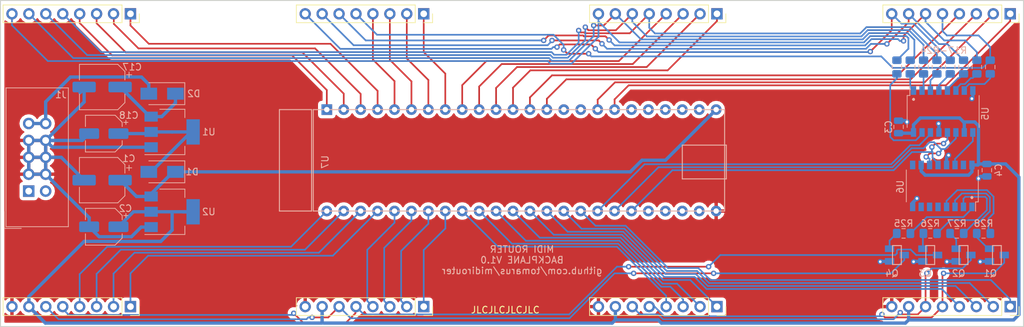
<source format=kicad_pcb>
(kicad_pcb (version 20171130) (host pcbnew 5.0.2+dfsg1-1)
  (layers (0 F.Cu signal) (31 B.Cu signal) (34 B.Paste user hide) (35 F.Paste user hide) (36 B.SilkS user) (37 F.SilkS user) (38 B.Mask user hide) (39 F.Mask user hide) (44 Edge.Cuts user))
  (net 0 "")
  (net 1 GND)
  (net 2 "Net-(Q1-Pad2)")
  (net 3 "Net-(Q2-Pad2)")
  (net 4 "Net-(Q3-Pad2)")
  (net 5 "Net-(Q4-Pad2)")
  (net 6 +3V3)
  (net 7 "Net-(R17-Pad2)")
  (net 8 "Net-(R18-Pad2)")
  (net 9 "Net-(R19-Pad2)")
  (net 10 "Net-(R20-Pad2)")
  (net 11 "Net-(R21-Pad2)")
  (net 12 "Net-(R22-Pad2)")
  (net 13 "Net-(R23-Pad2)")
  (net 14 "Net-(R24-Pad2)")
  (net 15 "Net-(R25-Pad2)")
  (net 16 "Net-(R26-Pad2)")
  (net 17 "Net-(R27-Pad2)")
  (net 18 "Net-(R28-Pad2)")
  (net 19 "Net-(U5-Pad9)")
  (net 20 "Net-(U6-Pad15)")
  (net 21 "Net-(U6-Pad7)")
  (net 22 "Net-(U6-Pad9)")
  (net 23 "Net-(U5-Pad11)")
  (net 24 "Net-(U5-Pad12)")
  (net 25 "Net-(U5-Pad14)")
  (net 26 "Net-(U7-Pad15)")
  (net 27 "Net-(U7-Pad16)")
  (net 28 "Net-(U7-Pad23)")
  (net 29 LEDK1)
  (net 30 LED1)
  (net 31 LEDK2)
  (net 32 LEDK3)
  (net 33 LEDK4)
  (net 34 LED2)
  (net 35 LED3)
  (net 36 LED4)
  (net 37 LED5)
  (net 38 LED6)
  (net 39 LED7)
  (net 40 LED8)
  (net 41 +12V)
  (net 42 MIDI_IN_1)
  (net 43 MIDI_IN_2)
  (net 44 MIDI_IN_3)
  (net 45 MIDI_IN_4)
  (net 46 MIDI_IN_8)
  (net 47 MIDI_IN_7)
  (net 48 MIDI_IN_6)
  (net 49 MIDI_IN_5)
  (net 50 MIDI_IN_12)
  (net 51 MIDI_IN_11)
  (net 52 MIDI_IN_10)
  (net 53 MIDI_IN_9)
  (net 54 MIDI_IN_16)
  (net 55 MIDI_IN_15)
  (net 56 MIDI_IN_14)
  (net 57 MIDI_IN_13)
  (net 58 MIDI_OUT_4)
  (net 59 MIDI_OUT_3)
  (net 60 MIDI_OUT_2)
  (net 61 MIDI_OUT_1)
  (net 62 MIDI_OUT_5)
  (net 63 MIDI_OUT_6)
  (net 64 MIDI_OUT_7)
  (net 65 MIDI_OUT_8)
  (net 66 MIDI_OUT_9)
  (net 67 MIDI_OUT_10)
  (net 68 MIDI_OUT_11)
  (net 69 MIDI_OUT_12)
  (net 70 MIDI_OUT_13)
  (net 71 MIDI_OUT_14)
  (net 72 MIDI_OUT_15)
  (net 73 MIDI_OUT_16)
  (net 74 "Net-(J1-Pad1)")
  (net 75 "Net-(J1-Pad2)")
  (net 76 "Net-(C17-Pad1)")
  (net 77 CA7_VCC)
  (net 78 "Net-(C18-Pad1)")
  (net 79 "Net-(U6-Pad5)")
  (net 80 "Net-(U6-Pad6)")
  (net 81 "Net-(U7-Pad26)")
  (net 82 "Net-(U7-Pad27)")
  (net 83 "Net-(U7-Pad28)")
  (net 84 "Net-(U7-Pad29)")
  (net 85 "Net-(U7-Pad19)")
  (net 86 "Net-(U7-Pad20)")
  (net 87 "Net-(U7-Pad21)")
  (net 88 "Net-(U7-Pad22)")
  (module Connector_IDC:IDC-Header_2x05_P2.54mm_Vertical (layer B.Cu) (at 30.734 72.644)
    (fp_text reference J1 (at 4.826 -14.478) (layer B.SilkS) (effects (justify mirror)))
    (fp_text value Conn_02x05_Odd_Even)
    (pad 1 thru_hole rect (at 0 0) (size 1.7272 1.7272) (drill 1.016) (layers *.Cu *.Mask) (net 74 "Net-(J1-Pad1)"))
    (pad 2 thru_hole oval (at 2.54 0) (size 1.7272 1.7272) (drill 1.016) (layers *.Cu *.Mask) (net 75 "Net-(J1-Pad2)"))
    (pad 3 thru_hole oval (at 0 -2.54) (size 1.7272 1.7272) (drill 1.016) (layers *.Cu *.Mask) (net 1 GND))
    (pad 4 thru_hole oval (at 2.54 -2.54) (size 1.7272 1.7272) (drill 1.016) (layers *.Cu *.Mask) (net 1 GND))
    (pad 5 thru_hole oval (at 0 -5.08) (size 1.7272 1.7272) (drill 1.016) (layers *.Cu *.Mask) (net 1 GND))
    (pad 6 thru_hole oval (at 2.54 -5.08) (size 1.7272 1.7272) (drill 1.016) (layers *.Cu *.Mask) (net 1 GND))
    (pad 7 thru_hole oval (at 0 -7.62) (size 1.7272 1.7272) (drill 1.016) (layers *.Cu *.Mask) (net 1 GND))
    (pad 8 thru_hole oval (at 2.54 -7.62) (size 1.7272 1.7272) (drill 1.016) (layers *.Cu *.Mask) (net 1 GND))
    (pad 9 thru_hole oval (at 0 -10.16) (size 1.7272 1.7272) (drill 1.016) (layers *.Cu *.Mask) (net 41 +12V))
    (pad 10 thru_hole oval (at 2.54 -10.16) (size 1.7272 1.7272) (drill 1.016) (layers *.Cu *.Mask) (net 41 +12V))
  )
  (module Connector_PinSocket_2.54mm:PinSocket_1x08_P2.54mm_Vertical (layer F.Cu) (at 46 46 270)
    (fp_text reference J2 hide)
    (fp_text value Conn_01x08)
    (pad 8 thru_hole oval (at 0 17.78 270) (size 1.7 1.7) (drill 1) (layers *.Cu *.Mask) (net 30 LED1))
    (pad 7 thru_hole oval (at 0 15.24 270) (size 1.7 1.7) (drill 1) (layers *.Cu *.Mask) (net 34 LED2))
    (pad 6 thru_hole oval (at 0 12.7 270) (size 1.7 1.7) (drill 1) (layers *.Cu *.Mask) (net 35 LED3))
    (pad 5 thru_hole oval (at 0 10.16 270) (size 1.7 1.7) (drill 1) (layers *.Cu *.Mask) (net 36 LED4))
    (pad 4 thru_hole oval (at 0 7.62 270) (size 1.7 1.7) (drill 1) (layers *.Cu *.Mask) (net 42 MIDI_IN_1))
    (pad 3 thru_hole oval (at 0 5.08 270) (size 1.7 1.7) (drill 1) (layers *.Cu *.Mask) (net 43 MIDI_IN_2))
    (pad 2 thru_hole oval (at 0 2.54 270) (size 1.7 1.7) (drill 1) (layers *.Cu *.Mask) (net 44 MIDI_IN_3))
    (pad 1 thru_hole rect (at 0 0 270) (size 1.7 1.7) (drill 1) (layers *.Cu *.Mask) (net 45 MIDI_IN_4))
  )
  (module Connector_PinSocket_2.54mm:PinSocket_1x08_P2.54mm_Vertical (layer F.Cu) (at 90 46 270)
    (fp_text reference J3 hide)
    (fp_text value Conn_01x08)
    (pad 1 thru_hole rect (at 0 0 270) (size 1.7 1.7) (drill 1) (layers *.Cu *.Mask) (net 46 MIDI_IN_8))
    (pad 2 thru_hole oval (at 0 2.54 270) (size 1.7 1.7) (drill 1) (layers *.Cu *.Mask) (net 47 MIDI_IN_7))
    (pad 3 thru_hole oval (at 0 5.08 270) (size 1.7 1.7) (drill 1) (layers *.Cu *.Mask) (net 48 MIDI_IN_6))
    (pad 4 thru_hole oval (at 0 7.62 270) (size 1.7 1.7) (drill 1) (layers *.Cu *.Mask) (net 49 MIDI_IN_5))
    (pad 5 thru_hole oval (at 0 10.16 270) (size 1.7 1.7) (drill 1) (layers *.Cu *.Mask) (net 40 LED8))
    (pad 6 thru_hole oval (at 0 12.7 270) (size 1.7 1.7) (drill 1) (layers *.Cu *.Mask) (net 39 LED7))
    (pad 7 thru_hole oval (at 0 15.24 270) (size 1.7 1.7) (drill 1) (layers *.Cu *.Mask) (net 38 LED6))
    (pad 8 thru_hole oval (at 0 17.78 270) (size 1.7 1.7) (drill 1) (layers *.Cu *.Mask) (net 37 LED5))
  )
  (module Connector_PinSocket_2.54mm:PinSocket_1x08_P2.54mm_Vertical (layer F.Cu) (at 134 46 270)
    (fp_text reference J4 hide)
    (fp_text value Conn_01x08)
    (pad 1 thru_hole rect (at 0 0 270) (size 1.7 1.7) (drill 1) (layers *.Cu *.Mask) (net 50 MIDI_IN_12))
    (pad 2 thru_hole oval (at 0 2.54 270) (size 1.7 1.7) (drill 1) (layers *.Cu *.Mask) (net 51 MIDI_IN_11))
    (pad 3 thru_hole oval (at 0 5.08 270) (size 1.7 1.7) (drill 1) (layers *.Cu *.Mask) (net 52 MIDI_IN_10))
    (pad 4 thru_hole oval (at 0 7.62 270) (size 1.7 1.7) (drill 1) (layers *.Cu *.Mask) (net 53 MIDI_IN_9))
    (pad 5 thru_hole oval (at 0 10.16 270) (size 1.7 1.7) (drill 1) (layers *.Cu *.Mask) (net 36 LED4))
    (pad 6 thru_hole oval (at 0 12.7 270) (size 1.7 1.7) (drill 1) (layers *.Cu *.Mask) (net 35 LED3))
    (pad 7 thru_hole oval (at 0 15.24 270) (size 1.7 1.7) (drill 1) (layers *.Cu *.Mask) (net 34 LED2))
    (pad 8 thru_hole oval (at 0 17.78 270) (size 1.7 1.7) (drill 1) (layers *.Cu *.Mask) (net 30 LED1))
  )
  (module Connector_PinSocket_2.54mm:PinSocket_1x08_P2.54mm_Vertical (layer F.Cu) (at 178 46 270)
    (fp_text reference J5 hide)
    (fp_text value Conn_01x08)
    (pad 1 thru_hole rect (at 0 0 270) (size 1.7 1.7) (drill 1) (layers *.Cu *.Mask) (net 54 MIDI_IN_16))
    (pad 2 thru_hole oval (at 0 2.54 270) (size 1.7 1.7) (drill 1) (layers *.Cu *.Mask) (net 55 MIDI_IN_15))
    (pad 3 thru_hole oval (at 0 5.08 270) (size 1.7 1.7) (drill 1) (layers *.Cu *.Mask) (net 56 MIDI_IN_14))
    (pad 4 thru_hole oval (at 0 7.62 270) (size 1.7 1.7) (drill 1) (layers *.Cu *.Mask) (net 57 MIDI_IN_13))
    (pad 5 thru_hole oval (at 0 10.16 270) (size 1.7 1.7) (drill 1) (layers *.Cu *.Mask) (net 40 LED8))
    (pad 6 thru_hole oval (at 0 12.7 270) (size 1.7 1.7) (drill 1) (layers *.Cu *.Mask) (net 39 LED7))
    (pad 7 thru_hole oval (at 0 15.24 270) (size 1.7 1.7) (drill 1) (layers *.Cu *.Mask) (net 38 LED6))
    (pad 8 thru_hole oval (at 0 17.78 270) (size 1.7 1.7) (drill 1) (layers *.Cu *.Mask) (net 37 LED5))
  )
  (module Connector_PinSocket_2.54mm:PinSocket_1x08_P2.54mm_Vertical (layer F.Cu) (at 46 90 270)
    (fp_text reference J6 hide)
    (fp_text value Conn_01x08)
    (pad 1 thru_hole rect (at 0 0 270) (size 1.7 1.7) (drill 1) (layers *.Cu *.Mask) (net 58 MIDI_OUT_4))
    (pad 2 thru_hole oval (at 0 2.54 270) (size 1.7 1.7) (drill 1) (layers *.Cu *.Mask) (net 59 MIDI_OUT_3))
    (pad 3 thru_hole oval (at 0 5.08 270) (size 1.7 1.7) (drill 1) (layers *.Cu *.Mask) (net 60 MIDI_OUT_2))
    (pad 4 thru_hole oval (at 0 7.62 270) (size 1.7 1.7) (drill 1) (layers *.Cu *.Mask) (net 61 MIDI_OUT_1))
    (pad 5 thru_hole oval (at 0 10.16 270) (size 1.7 1.7) (drill 1) (layers *.Cu *.Mask) (net 31 LEDK2))
    (pad 6 thru_hole oval (at 0 12.7 270) (size 1.7 1.7) (drill 1) (layers *.Cu *.Mask) (net 29 LEDK1))
    (pad 7 thru_hole oval (at 0 15.24 270) (size 1.7 1.7) (drill 1) (layers *.Cu *.Mask) (net 6 +3V3))
    (pad 8 thru_hole oval (at 0 17.78 270) (size 1.7 1.7) (drill 1) (layers *.Cu *.Mask) (net 1 GND))
  )
  (module Connector_PinSocket_2.54mm:PinSocket_1x08_P2.54mm_Vertical (layer F.Cu) (at 90 90 270)
    (fp_text reference J7 hide)
    (fp_text value Conn_01x08)
    (pad 8 thru_hole oval (at 0 17.78 270) (size 1.7 1.7) (drill 1) (layers *.Cu *.Mask) (net 1 GND))
    (pad 7 thru_hole oval (at 0 15.24 270) (size 1.7 1.7) (drill 1) (layers *.Cu *.Mask) (net 6 +3V3))
    (pad 6 thru_hole oval (at 0 12.7 270) (size 1.7 1.7) (drill 1) (layers *.Cu *.Mask) (net 29 LEDK1))
    (pad 5 thru_hole oval (at 0 10.16 270) (size 1.7 1.7) (drill 1) (layers *.Cu *.Mask) (net 31 LEDK2))
    (pad 4 thru_hole oval (at 0 7.62 270) (size 1.7 1.7) (drill 1) (layers *.Cu *.Mask) (net 62 MIDI_OUT_5))
    (pad 3 thru_hole oval (at 0 5.08 270) (size 1.7 1.7) (drill 1) (layers *.Cu *.Mask) (net 63 MIDI_OUT_6))
    (pad 2 thru_hole oval (at 0 2.54 270) (size 1.7 1.7) (drill 1) (layers *.Cu *.Mask) (net 64 MIDI_OUT_7))
    (pad 1 thru_hole rect (at 0 0 270) (size 1.7 1.7) (drill 1) (layers *.Cu *.Mask) (net 65 MIDI_OUT_8))
  )
  (module Connector_PinSocket_2.54mm:PinSocket_1x08_P2.54mm_Vertical (layer F.Cu) (at 134 90 270)
    (fp_text reference J8 hide)
    (fp_text value Conn_01x08)
    (pad 8 thru_hole oval (at 0 17.78 270) (size 1.7 1.7) (drill 1) (layers *.Cu *.Mask) (net 1 GND))
    (pad 7 thru_hole oval (at 0 15.24 270) (size 1.7 1.7) (drill 1) (layers *.Cu *.Mask) (net 6 +3V3))
    (pad 6 thru_hole oval (at 0 12.7 270) (size 1.7 1.7) (drill 1) (layers *.Cu *.Mask) (net 32 LEDK3))
    (pad 5 thru_hole oval (at 0 10.16 270) (size 1.7 1.7) (drill 1) (layers *.Cu *.Mask) (net 33 LEDK4))
    (pad 4 thru_hole oval (at 0 7.62 270) (size 1.7 1.7) (drill 1) (layers *.Cu *.Mask) (net 66 MIDI_OUT_9))
    (pad 3 thru_hole oval (at 0 5.08 270) (size 1.7 1.7) (drill 1) (layers *.Cu *.Mask) (net 67 MIDI_OUT_10))
    (pad 2 thru_hole oval (at 0 2.54 270) (size 1.7 1.7) (drill 1) (layers *.Cu *.Mask) (net 68 MIDI_OUT_11))
    (pad 1 thru_hole rect (at 0 0 270) (size 1.7 1.7) (drill 1) (layers *.Cu *.Mask) (net 69 MIDI_OUT_12))
  )
  (module Connector_PinSocket_2.54mm:PinSocket_1x08_P2.54mm_Vertical (layer F.Cu) (at 178 90 270)
    (fp_text reference J9 hide)
    (fp_text value Conn_01x08)
    (pad 8 thru_hole oval (at 0 17.78 270) (size 1.7 1.7) (drill 1) (layers *.Cu *.Mask) (net 1 GND))
    (pad 7 thru_hole oval (at 0 15.24 270) (size 1.7 1.7) (drill 1) (layers *.Cu *.Mask) (net 6 +3V3))
    (pad 6 thru_hole oval (at 0 12.7 270) (size 1.7 1.7) (drill 1) (layers *.Cu *.Mask) (net 32 LEDK3))
    (pad 5 thru_hole oval (at 0 10.16 270) (size 1.7 1.7) (drill 1) (layers *.Cu *.Mask) (net 33 LEDK4))
    (pad 4 thru_hole oval (at 0 7.62 270) (size 1.7 1.7) (drill 1) (layers *.Cu *.Mask) (net 70 MIDI_OUT_13))
    (pad 3 thru_hole oval (at 0 5.08 270) (size 1.7 1.7) (drill 1) (layers *.Cu *.Mask) (net 71 MIDI_OUT_14))
    (pad 2 thru_hole oval (at 0 2.54 270) (size 1.7 1.7) (drill 1) (layers *.Cu *.Mask) (net 72 MIDI_OUT_15))
    (pad 1 thru_hole rect (at 0 0 270) (size 1.7 1.7) (drill 1) (layers *.Cu *.Mask) (net 73 MIDI_OUT_16))
  )
  (module Tomarus:CMOD-A7-DIP-48_W15.24mm (layer B.Cu) (at 78 67 270)
    (fp_text reference U7 (at 1.27 2.794 270) (layer B.SilkS) (effects (justify mirror)))
    (fp_text value CMOD-A7)
    (pad 1 thru_hole rect (at -6.604 2.54 270) (size 1.6 1.6) (drill 0.8) (layers *.Cu *.Mask) (net 42 MIDI_IN_1))
    (pad 25 thru_hole oval (at 8.636 -55.88 270) (size 1.6 1.6) (drill 0.8) (layers *.Cu *.Mask) (net 1 GND))
    (pad 2 thru_hole oval (at -6.604 0 270) (size 1.6 1.6) (drill 0.8) (layers *.Cu *.Mask) (net 43 MIDI_IN_2))
    (pad 26 thru_hole oval (at 8.636 -53.34 270) (size 1.6 1.6) (drill 0.8) (layers *.Cu *.Mask) (net 81 "Net-(U7-Pad26)"))
    (pad 3 thru_hole oval (at -6.604 -2.54 270) (size 1.6 1.6) (drill 0.8) (layers *.Cu *.Mask) (net 44 MIDI_IN_3))
    (pad 27 thru_hole oval (at 8.636 -50.8 270) (size 1.6 1.6) (drill 0.8) (layers *.Cu *.Mask) (net 82 "Net-(U7-Pad27)"))
    (pad 4 thru_hole oval (at -6.604 -5.08 270) (size 1.6 1.6) (drill 0.8) (layers *.Cu *.Mask) (net 45 MIDI_IN_4))
    (pad 28 thru_hole oval (at 8.636 -48.26 270) (size 1.6 1.6) (drill 0.8) (layers *.Cu *.Mask) (net 83 "Net-(U7-Pad28)"))
    (pad 5 thru_hole oval (at -6.604 -7.62 270) (size 1.6 1.6) (drill 0.8) (layers *.Cu *.Mask) (net 49 MIDI_IN_5))
    (pad 29 thru_hole oval (at 8.636 -45.72 270) (size 1.6 1.6) (drill 0.8) (layers *.Cu *.Mask) (net 84 "Net-(U7-Pad29)"))
    (pad 6 thru_hole oval (at -6.604 -10.16 270) (size 1.6 1.6) (drill 0.8) (layers *.Cu *.Mask) (net 48 MIDI_IN_6))
    (pad 30 thru_hole oval (at 8.636 -43.18 270) (size 1.6 1.6) (drill 0.8) (layers *.Cu *.Mask) (net 24 "Net-(U5-Pad12)"))
    (pad 7 thru_hole oval (at -6.604 -12.7 270) (size 1.6 1.6) (drill 0.8) (layers *.Cu *.Mask) (net 47 MIDI_IN_7))
    (pad 31 thru_hole oval (at 8.636 -40.64 270) (size 1.6 1.6) (drill 0.8) (layers *.Cu *.Mask) (net 23 "Net-(U5-Pad11)"))
    (pad 8 thru_hole oval (at -6.604 -15.24 270) (size 1.6 1.6) (drill 0.8) (layers *.Cu *.Mask) (net 46 MIDI_IN_8))
    (pad 32 thru_hole oval (at 8.636 -38.1 270) (size 1.6 1.6) (drill 0.8) (layers *.Cu *.Mask) (net 25 "Net-(U5-Pad14)"))
    (pad 9 thru_hole oval (at -6.604 -17.78 270) (size 1.6 1.6) (drill 0.8) (layers *.Cu *.Mask) (net 53 MIDI_IN_9))
    (pad 33 thru_hole oval (at 8.636 -35.56 270) (size 1.6 1.6) (drill 0.8) (layers *.Cu *.Mask) (net 73 MIDI_OUT_16))
    (pad 10 thru_hole oval (at -6.604 -20.32 270) (size 1.6 1.6) (drill 0.8) (layers *.Cu *.Mask) (net 52 MIDI_IN_10))
    (pad 34 thru_hole oval (at 8.636 -33.02 270) (size 1.6 1.6) (drill 0.8) (layers *.Cu *.Mask) (net 72 MIDI_OUT_15))
    (pad 11 thru_hole oval (at -6.604 -22.86 270) (size 1.6 1.6) (drill 0.8) (layers *.Cu *.Mask) (net 51 MIDI_IN_11))
    (pad 35 thru_hole oval (at 8.636 -30.48 270) (size 1.6 1.6) (drill 0.8) (layers *.Cu *.Mask) (net 71 MIDI_OUT_14))
    (pad 12 thru_hole oval (at -6.604 -25.4 270) (size 1.6 1.6) (drill 0.8) (layers *.Cu *.Mask) (net 50 MIDI_IN_12))
    (pad 36 thru_hole oval (at 8.636 -27.94 270) (size 1.6 1.6) (drill 0.8) (layers *.Cu *.Mask) (net 70 MIDI_OUT_13))
    (pad 13 thru_hole oval (at -6.604 -27.94 270) (size 1.6 1.6) (drill 0.8) (layers *.Cu *.Mask) (net 57 MIDI_IN_13))
    (pad 37 thru_hole oval (at 8.636 -25.4 270) (size 1.6 1.6) (drill 0.8) (layers *.Cu *.Mask) (net 69 MIDI_OUT_12))
    (pad 14 thru_hole oval (at -6.604 -30.48 270) (size 1.6 1.6) (drill 0.8) (layers *.Cu *.Mask) (net 56 MIDI_IN_14))
    (pad 38 thru_hole oval (at 8.636 -22.86 270) (size 1.6 1.6) (drill 0.8) (layers *.Cu *.Mask) (net 68 MIDI_OUT_11))
    (pad 15 thru_hole oval (at -6.604 -33.02 270) (size 1.6 1.6) (drill 0.8) (layers *.Cu *.Mask) (net 26 "Net-(U7-Pad15)"))
    (pad 39 thru_hole oval (at 8.636 -20.32 270) (size 1.6 1.6) (drill 0.8) (layers *.Cu *.Mask) (net 67 MIDI_OUT_10))
    (pad 16 thru_hole oval (at -6.604 -35.56 270) (size 1.6 1.6) (drill 0.8) (layers *.Cu *.Mask) (net 27 "Net-(U7-Pad16)"))
    (pad 40 thru_hole oval (at 8.636 -17.78 270) (size 1.6 1.6) (drill 0.8) (layers *.Cu *.Mask) (net 66 MIDI_OUT_9))
    (pad 17 thru_hole oval (at -6.604 -38.1 270) (size 1.6 1.6) (drill 0.8) (layers *.Cu *.Mask) (net 55 MIDI_IN_15))
    (pad 41 thru_hole oval (at 8.636 -15.24 270) (size 1.6 1.6) (drill 0.8) (layers *.Cu *.Mask) (net 65 MIDI_OUT_8))
    (pad 18 thru_hole oval (at -6.604 -40.64 270) (size 1.6 1.6) (drill 0.8) (layers *.Cu *.Mask) (net 54 MIDI_IN_16))
    (pad 42 thru_hole oval (at 8.636 -12.7 270) (size 1.6 1.6) (drill 0.8) (layers *.Cu *.Mask) (net 64 MIDI_OUT_7))
    (pad 19 thru_hole oval (at -6.604 -43.18 270) (size 1.6 1.6) (drill 0.8) (layers *.Cu *.Mask) (net 85 "Net-(U7-Pad19)"))
    (pad 43 thru_hole oval (at 8.636 -10.16 270) (size 1.6 1.6) (drill 0.8) (layers *.Cu *.Mask) (net 63 MIDI_OUT_6))
    (pad 20 thru_hole oval (at -6.604 -45.72 270) (size 1.6 1.6) (drill 0.8) (layers *.Cu *.Mask) (net 86 "Net-(U7-Pad20)"))
    (pad 44 thru_hole oval (at 8.636 -7.62 270) (size 1.6 1.6) (drill 0.8) (layers *.Cu *.Mask) (net 62 MIDI_OUT_5))
    (pad 21 thru_hole oval (at -6.604 -48.26 270) (size 1.6 1.6) (drill 0.8) (layers *.Cu *.Mask) (net 87 "Net-(U7-Pad21)"))
    (pad 45 thru_hole oval (at 8.636 -5.08 270) (size 1.6 1.6) (drill 0.8) (layers *.Cu *.Mask) (net 58 MIDI_OUT_4))
    (pad 22 thru_hole oval (at -6.604 -50.8 270) (size 1.6 1.6) (drill 0.8) (layers *.Cu *.Mask) (net 88 "Net-(U7-Pad22)"))
    (pad 46 thru_hole oval (at 8.636 -2.54 270) (size 1.6 1.6) (drill 0.8) (layers *.Cu *.Mask) (net 59 MIDI_OUT_3))
    (pad 23 thru_hole oval (at -6.604 -53.34 270) (size 1.6 1.6) (drill 0.8) (layers *.Cu *.Mask) (net 28 "Net-(U7-Pad23)"))
    (pad 47 thru_hole oval (at 8.636 0 270) (size 1.6 1.6) (drill 0.8) (layers *.Cu *.Mask) (net 60 MIDI_OUT_2))
    (pad 24 thru_hole oval (at -6.604 -55.88 270) (size 1.6 1.6) (drill 0.8) (layers *.Cu *.Mask) (net 77 CA7_VCC))
    (pad 48 thru_hole oval (at 8.636 2.54 270) (size 1.6 1.6) (drill 0.8) (layers *.Cu *.Mask) (net 61 MIDI_OUT_1))
  )
  (module Package_SO:SOP-16_4.4x10.4mm_P1.27mm (layer B.Cu) (at 167.94 60.68 270)
    (fp_text reference U5 (at 0.32 -6.31 270) (layer B.SilkS) (effects (justify mirror)))
    (fp_text value 74LS595)
    (pad 16 smd rect (at 3.15 4.45 270) (size 1.3 0.8) (layers B.Cu B.Paste B.Mask) (net 6 +3V3))
    (pad 15 smd rect (at 3.15 3.17 270) (size 1.3 0.8) (layers B.Cu B.Paste B.Mask) (net 7 "Net-(R17-Pad2)"))
    (pad 14 smd rect (at 3.15 1.91 270) (size 1.3 0.8) (layers B.Cu B.Paste B.Mask) (net 25 "Net-(U5-Pad14)"))
    (pad 13 smd rect (at 3.15 0.64 270) (size 1.3 0.8) (layers B.Cu B.Paste B.Mask) (net 1 GND))
    (pad 12 smd rect (at 3.15 -0.64 270) (size 1.3 0.8) (layers B.Cu B.Paste B.Mask) (net 24 "Net-(U5-Pad12)"))
    (pad 11 smd rect (at 3.15 -1.91 270) (size 1.3 0.8) (layers B.Cu B.Paste B.Mask) (net 23 "Net-(U5-Pad11)"))
    (pad 10 smd rect (at 3.15 -3.17 270) (size 1.3 0.8) (layers B.Cu B.Paste B.Mask) (net 6 +3V3))
    (pad 9 smd rect (at 3.15 -4.45 270) (size 1.3 0.8) (layers B.Cu B.Paste B.Mask) (net 19 "Net-(U5-Pad9)"))
    (pad 8 smd rect (at -3.15 -4.45 270) (size 1.3 0.8) (layers B.Cu B.Paste B.Mask) (net 1 GND))
    (pad 7 smd rect (at -3.15 -3.17 270) (size 1.3 0.8) (layers B.Cu B.Paste B.Mask) (net 14 "Net-(R24-Pad2)"))
    (pad 6 smd rect (at -3.15 -1.91 270) (size 1.3 0.8) (layers B.Cu B.Paste B.Mask) (net 13 "Net-(R23-Pad2)"))
    (pad 5 smd rect (at -3.15 -0.64 270) (size 1.3 0.8) (layers B.Cu B.Paste B.Mask) (net 12 "Net-(R22-Pad2)"))
    (pad 4 smd rect (at -3.15 0.64 270) (size 1.3 0.8) (layers B.Cu B.Paste B.Mask) (net 11 "Net-(R21-Pad2)"))
    (pad 3 smd rect (at -3.15 1.91 270) (size 1.3 0.8) (layers B.Cu B.Paste B.Mask) (net 10 "Net-(R20-Pad2)"))
    (pad 2 smd rect (at -3.15 3.17 270) (size 1.3 0.8) (layers B.Cu B.Paste B.Mask) (net 9 "Net-(R19-Pad2)"))
    (pad 1 smd rect (at -3.15 4.45 270) (size 1.3 0.8) (layers B.Cu B.Paste B.Mask) (net 8 "Net-(R18-Pad2)"))
  )
  (module Package_SO:SOP-16_4.4x10.4mm_P1.27mm (layer B.Cu) (at 167.81 71.865 90)
    (fp_text reference U6 (at -0.135 -6.31 90) (layer B.SilkS) (effects (justify mirror)))
    (fp_text value 74LS595)
    (pad 1 smd rect (at -3.15 4.45 90) (size 1.3 0.8) (layers B.Cu B.Paste B.Mask) (net 15 "Net-(R25-Pad2)"))
    (pad 2 smd rect (at -3.15 3.17 90) (size 1.3 0.8) (layers B.Cu B.Paste B.Mask) (net 16 "Net-(R26-Pad2)"))
    (pad 3 smd rect (at -3.15 1.91 90) (size 1.3 0.8) (layers B.Cu B.Paste B.Mask) (net 17 "Net-(R27-Pad2)"))
    (pad 4 smd rect (at -3.15 0.64 90) (size 1.3 0.8) (layers B.Cu B.Paste B.Mask) (net 18 "Net-(R28-Pad2)"))
    (pad 5 smd rect (at -3.15 -0.64 90) (size 1.3 0.8) (layers B.Cu B.Paste B.Mask) (net 79 "Net-(U6-Pad5)"))
    (pad 6 smd rect (at -3.15 -1.91 90) (size 1.3 0.8) (layers B.Cu B.Paste B.Mask) (net 80 "Net-(U6-Pad6)"))
    (pad 7 smd rect (at -3.15 -3.17 90) (size 1.3 0.8) (layers B.Cu B.Paste B.Mask) (net 21 "Net-(U6-Pad7)"))
    (pad 8 smd rect (at -3.15 -4.45 90) (size 1.3 0.8) (layers B.Cu B.Paste B.Mask) (net 1 GND))
    (pad 9 smd rect (at 3.15 -4.45 90) (size 1.3 0.8) (layers B.Cu B.Paste B.Mask) (net 22 "Net-(U6-Pad9)"))
    (pad 10 smd rect (at 3.15 -3.17 90) (size 1.3 0.8) (layers B.Cu B.Paste B.Mask) (net 6 +3V3))
    (pad 11 smd rect (at 3.15 -1.91 90) (size 1.3 0.8) (layers B.Cu B.Paste B.Mask) (net 23 "Net-(U5-Pad11)"))
    (pad 12 smd rect (at 3.15 -0.64 90) (size 1.3 0.8) (layers B.Cu B.Paste B.Mask) (net 24 "Net-(U5-Pad12)"))
    (pad 13 smd rect (at 3.15 0.64 90) (size 1.3 0.8) (layers B.Cu B.Paste B.Mask) (net 1 GND))
    (pad 14 smd rect (at 3.15 1.91 90) (size 1.3 0.8) (layers B.Cu B.Paste B.Mask) (net 19 "Net-(U5-Pad9)"))
    (pad 15 smd rect (at 3.15 3.17 90) (size 1.3 0.8) (layers B.Cu B.Paste B.Mask) (net 20 "Net-(U6-Pad15)"))
    (pad 16 smd rect (at 3.15 4.45 90) (size 1.3 0.8) (layers B.Cu B.Paste B.Mask) (net 6 +3V3))
  )
  (module Tomarus:MMBT2222A-SOT23 (layer B.Cu) (at 176 82.25 90)
    (fp_text reference Q1 (at -2.75 -1 180) (layer B.SilkS) (effects (font (size 1.00067 1.00067)) (justify mirror)))
    (fp_text value PN2222A hide)
    (pad 3 smd rect (at 0 1.1 90) (size 1 1.4) (layers B.Cu B.Paste B.Mask) (net 33 LEDK4))
    (pad 2 smd rect (at 0.95 -1.1 90) (size 1 1.4) (layers B.Cu B.Paste B.Mask) (net 2 "Net-(Q1-Pad2)"))
    (pad 1 smd rect (at -0.95 -1.1 90) (size 1 1.4) (layers B.Cu B.Paste B.Mask) (net 1 GND))
  )
  (module Tomarus:MMBT2222A-SOT23 (layer B.Cu) (at 171 82.25 90)
    (fp_text reference Q2 (at -2.75 -0.75 180) (layer B.SilkS) (effects (font (size 1.00067 1.00067)) (justify mirror)))
    (fp_text value PN2222A hide)
    (pad 1 smd rect (at -0.95 -1.1 90) (size 1 1.4) (layers B.Cu B.Paste B.Mask) (net 1 GND))
    (pad 2 smd rect (at 0.95 -1.1 90) (size 1 1.4) (layers B.Cu B.Paste B.Mask) (net 3 "Net-(Q2-Pad2)"))
    (pad 3 smd rect (at 0 1.1 90) (size 1 1.4) (layers B.Cu B.Paste B.Mask) (net 32 LEDK3))
  )
  (module Tomarus:MMBT2222A-SOT23 (layer B.Cu) (at 166 82.25 90)
    (fp_text reference Q3 (at -2.75 -0.75) (layer B.SilkS) (effects (font (size 1.00067 1.00067)) (justify mirror)))
    (fp_text value PN2222A hide)
    (pad 3 smd rect (at 0 1.1 90) (size 1 1.4) (layers B.Cu B.Paste B.Mask) (net 31 LEDK2))
    (pad 2 smd rect (at 0.95 -1.1 90) (size 1 1.4) (layers B.Cu B.Paste B.Mask) (net 4 "Net-(Q3-Pad2)"))
    (pad 1 smd rect (at -0.95 -1.1 90) (size 1 1.4) (layers B.Cu B.Paste B.Mask) (net 1 GND))
  )
  (module Tomarus:MMBT2222A-SOT23 (layer B.Cu) (at 161 82.25 90)
    (fp_text reference Q4 (at -2.75 -0.75 180) (layer B.SilkS) (effects (font (size 1.00067 1.00067)) (justify mirror)))
    (fp_text value PN2222A hide)
    (pad 3 smd rect (at 0 1.1 90) (size 1 1.4) (layers B.Cu B.Paste B.Mask) (net 29 LEDK1))
    (pad 2 smd rect (at 0.95 -1.1 90) (size 1 1.4) (layers B.Cu B.Paste B.Mask) (net 5 "Net-(Q4-Pad2)"))
    (pad 1 smd rect (at -0.95 -1.1 90) (size 1 1.4) (layers B.Cu B.Paste B.Mask) (net 1 GND))
  )
  (module Resistor_SMD:R_0805_2012Metric_Pad1.15x1.40mm_HandSolder (layer B.Cu) (at 162 79)
    (fp_text reference R25 (at 0 -1.5) (layer B.SilkS) (effects (justify mirror)))
    (fp_text value 3300)
    (pad 1 smd roundrect (at -1.025 0) (size 1.15 1.4) (layers B.Cu B.Paste B.Mask) (roundrect_rratio 0.217391) (net 5 "Net-(Q4-Pad2)"))
    (pad 2 smd roundrect (at 1.025 0) (size 1.15 1.4) (layers B.Cu B.Paste B.Mask) (roundrect_rratio 0.217391) (net 15 "Net-(R25-Pad2)"))
  )
  (module Resistor_SMD:R_0805_2012Metric_Pad1.15x1.40mm_HandSolder (layer B.Cu) (at 166 79)
    (fp_text reference R26 (at 0 -1.5) (layer B.SilkS) (effects (justify mirror)))
    (fp_text value 3300)
    (pad 1 smd roundrect (at -1.025 0) (size 1.15 1.4) (layers B.Cu B.Paste B.Mask) (roundrect_rratio 0.217391) (net 4 "Net-(Q3-Pad2)"))
    (pad 2 smd roundrect (at 1.025 0) (size 1.15 1.4) (layers B.Cu B.Paste B.Mask) (roundrect_rratio 0.217391) (net 16 "Net-(R26-Pad2)"))
  )
  (module Resistor_SMD:R_0805_2012Metric_Pad1.15x1.40mm_HandSolder (layer B.Cu) (at 170 79)
    (fp_text reference R27 (at 0 -1.5) (layer B.SilkS) (effects (justify mirror)))
    (fp_text value 3300)
    (pad 2 smd roundrect (at 1.025 0) (size 1.15 1.4) (layers B.Cu B.Paste B.Mask) (roundrect_rratio 0.217391) (net 17 "Net-(R27-Pad2)"))
    (pad 1 smd roundrect (at -1.025 0) (size 1.15 1.4) (layers B.Cu B.Paste B.Mask) (roundrect_rratio 0.217391) (net 3 "Net-(Q2-Pad2)"))
  )
  (module Resistor_SMD:R_0805_2012Metric_Pad1.15x1.40mm_HandSolder (layer B.Cu) (at 174 79)
    (fp_text reference R28 (at 0 -1.5) (layer B.SilkS) (effects (justify mirror)))
    (fp_text value 3300)
    (pad 1 smd roundrect (at -1.025 0) (size 1.15 1.4) (layers B.Cu B.Paste B.Mask) (roundrect_rratio 0.217391) (net 2 "Net-(Q1-Pad2)"))
    (pad 2 smd roundrect (at 1.025 0) (size 1.15 1.4) (layers B.Cu B.Paste B.Mask) (roundrect_rratio 0.217391) (net 18 "Net-(R28-Pad2)"))
  )
  (module Resistor_SMD:R_0805_2012Metric_Pad1.15x1.40mm_HandSolder (layer B.Cu) (at 161 54 270)
    (fp_text reference R17 hide)
    (fp_text value 220)
    (pad 1 smd roundrect (at -1.025 0 270) (size 1.15 1.4) (layers B.Cu B.Paste B.Mask) (roundrect_rratio 0.217391) (net 30 LED1))
    (pad 2 smd roundrect (at 1.025 0 270) (size 1.15 1.4) (layers B.Cu B.Paste B.Mask) (roundrect_rratio 0.217391) (net 7 "Net-(R17-Pad2)"))
  )
  (module Resistor_SMD:R_0805_2012Metric_Pad1.15x1.40mm_HandSolder (layer B.Cu) (at 163 54 270)
    (fp_text reference R18 hide)
    (fp_text value 220)
    (pad 2 smd roundrect (at 1.025 0 270) (size 1.15 1.4) (layers B.Cu B.Paste B.Mask) (roundrect_rratio 0.217391) (net 8 "Net-(R18-Pad2)"))
    (pad 1 smd roundrect (at -1.025 0 270) (size 1.15 1.4) (layers B.Cu B.Paste B.Mask) (roundrect_rratio 0.217391) (net 34 LED2))
  )
  (module Resistor_SMD:R_0805_2012Metric_Pad1.15x1.40mm_HandSolder (layer B.Cu) (at 165 54 270)
    (fp_text reference R19 hide)
    (fp_text value 220)
    (pad 1 smd roundrect (at -1.025 0 270) (size 1.15 1.4) (layers B.Cu B.Paste B.Mask) (roundrect_rratio 0.217391) (net 35 LED3))
    (pad 2 smd roundrect (at 1.025 0 270) (size 1.15 1.4) (layers B.Cu B.Paste B.Mask) (roundrect_rratio 0.217391) (net 9 "Net-(R19-Pad2)"))
  )
  (module Resistor_SMD:R_0805_2012Metric_Pad1.15x1.40mm_HandSolder (layer B.Cu) (at 167 54 270)
    (fp_text reference R20 hide)
    (fp_text value 220)
    (pad 2 smd roundrect (at 1.025 0 270) (size 1.15 1.4) (layers B.Cu B.Paste B.Mask) (roundrect_rratio 0.217391) (net 10 "Net-(R20-Pad2)"))
    (pad 1 smd roundrect (at -1.025 0 270) (size 1.15 1.4) (layers B.Cu B.Paste B.Mask) (roundrect_rratio 0.217391) (net 36 LED4))
  )
  (module Resistor_SMD:R_0805_2012Metric_Pad1.15x1.40mm_HandSolder (layer B.Cu) (at 169 54 270)
    (fp_text reference R21 hide)
    (fp_text value 220)
    (pad 1 smd roundrect (at -1.025 0 270) (size 1.15 1.4) (layers B.Cu B.Paste B.Mask) (roundrect_rratio 0.217391) (net 37 LED5))
    (pad 2 smd roundrect (at 1.025 0 270) (size 1.15 1.4) (layers B.Cu B.Paste B.Mask) (roundrect_rratio 0.217391) (net 11 "Net-(R21-Pad2)"))
  )
  (module Resistor_SMD:R_0805_2012Metric_Pad1.15x1.40mm_HandSolder (layer B.Cu) (at 171 54 270)
    (fp_text reference R22 hide)
    (fp_text value 220)
    (pad 2 smd roundrect (at 1.025 0 270) (size 1.15 1.4) (layers B.Cu B.Paste B.Mask) (roundrect_rratio 0.217391) (net 12 "Net-(R22-Pad2)"))
    (pad 1 smd roundrect (at -1.025 0 270) (size 1.15 1.4) (layers B.Cu B.Paste B.Mask) (roundrect_rratio 0.217391) (net 38 LED6))
  )
  (module Resistor_SMD:R_0805_2012Metric_Pad1.15x1.40mm_HandSolder (layer B.Cu) (at 173 54 270)
    (fp_text reference R23 hide)
    (fp_text value 220)
    (pad 1 smd roundrect (at -1.025 0 270) (size 1.15 1.4) (layers B.Cu B.Paste B.Mask) (roundrect_rratio 0.217391) (net 39 LED7))
    (pad 2 smd roundrect (at 1.025 0 270) (size 1.15 1.4) (layers B.Cu B.Paste B.Mask) (roundrect_rratio 0.217391) (net 13 "Net-(R23-Pad2)"))
  )
  (module Resistor_SMD:R_0805_2012Metric_Pad1.15x1.40mm_HandSolder (layer B.Cu) (at 175 54 270)
    (fp_text reference R24 hide)
    (fp_text value 220)
    (pad 2 smd roundrect (at 1.025 0 270) (size 1.15 1.4) (layers B.Cu B.Paste B.Mask) (roundrect_rratio 0.217391) (net 14 "Net-(R24-Pad2)"))
    (pad 1 smd roundrect (at -1.025 0 270) (size 1.15 1.4) (layers B.Cu B.Paste B.Mask) (roundrect_rratio 0.217391) (net 40 LED8))
  )
  (module Package_TO_SOT_SMD:SOT-223-3_TabPin2 (layer B.Cu) (at 52.25 63.75)
    (fp_text reference U1 (at 5.5 0) (layer B.SilkS) (effects (justify mirror)))
    (fp_text value LD1117S50TR_SOT223)
    (pad 2 smd rect (at 3.15 0) (size 2 3.8) (layers B.Cu B.Paste B.Mask) (net 78 "Net-(C18-Pad1)"))
    (pad 2 smd rect (at -3.15 0) (size 2 1.5) (layers B.Cu B.Paste B.Mask) (net 78 "Net-(C18-Pad1)"))
    (pad 3 smd rect (at -3.15 -2.3) (size 2 1.5) (layers B.Cu B.Paste B.Mask) (net 76 "Net-(C17-Pad1)"))
    (pad 1 smd rect (at -3.15 2.3) (size 2 1.5) (layers B.Cu B.Paste B.Mask) (net 1 GND))
  )
  (module Package_TO_SOT_SMD:SOT-223-3_TabPin2 (layer B.Cu) (at 52.25 75.75)
    (fp_text reference U2 (at 5.5 0) (layer B.SilkS) (effects (justify mirror)))
    (fp_text value LD1117S33TR_SOT223)
    (pad 1 smd rect (at -3.15 2.3) (size 2 1.5) (layers B.Cu B.Paste B.Mask) (net 1 GND))
    (pad 3 smd rect (at -3.15 -2.3) (size 2 1.5) (layers B.Cu B.Paste B.Mask) (net 77 CA7_VCC))
    (pad 2 smd rect (at -3.15 0) (size 2 1.5) (layers B.Cu B.Paste B.Mask) (net 6 +3V3))
    (pad 2 smd rect (at 3.15 0) (size 2 3.8) (layers B.Cu B.Paste B.Mask) (net 6 +3V3))
  )
  (module Diode_SMD:D_SMA (layer B.Cu) (at 50.75 69.75 180)
    (fp_text reference D1 (at -4.5 0 180) (layer B.SilkS) (effects (justify mirror)))
    (fp_text value D)
    (pad 1 smd rect (at -2 0 180) (size 2.5 1.8) (layers B.Cu B.Paste B.Mask) (net 77 CA7_VCC))
    (pad 2 smd rect (at 2 0 180) (size 2.5 1.8) (layers B.Cu B.Paste B.Mask) (net 78 "Net-(C18-Pad1)"))
  )
  (module Diode_SMD:D_SMA (layer B.Cu) (at 50.75 58 180)
    (fp_text reference D2 (at -4.75 0 180) (layer B.SilkS) (effects (justify mirror)))
    (fp_text value D)
    (pad 2 smd rect (at 2 0 180) (size 2.5 1.8) (layers B.Cu B.Paste B.Mask) (net 41 +12V))
    (pad 1 smd rect (at -2 0 180) (size 2.5 1.8) (layers B.Cu B.Paste B.Mask) (net 76 "Net-(C17-Pad1)"))
  )
  (module Capacitor_SMD:C_0805_2012Metric (layer B.Cu) (at 161.25 63 90)
    (fp_text reference C3 (at 0 -1.5 90) (layer B.SilkS) (effects (justify mirror)))
    (fp_text value 100n)
    (pad 1 smd roundrect (at -0.9375 0 90) (size 0.975 1.4) (layers B.Cu B.Paste B.Mask) (net 6 +3V3))
    (pad 2 smd roundrect (at 0.9375 0 90) (size 0.975 1.4) (layers B.Cu B.Paste B.Mask) (net 1 GND))
  )
  (module Capacitor_SMD:C_0805_2012Metric (layer B.Cu) (at 174.5 69.5 270)
    (fp_text reference C4 (at 0 -1.75 270) (layer B.SilkS) (effects (justify mirror)))
    (fp_text value 100n)
    (pad 2 smd roundrect (at 0.9375 0 270) (size 0.975 1.4) (layers B.Cu B.Paste B.Mask) (net 1 GND))
    (pad 1 smd roundrect (at -0.9375 0 270) (size 0.975 1.4) (layers B.Cu B.Paste B.Mask) (net 6 +3V3))
  )
  (module Capacitor_SMD:CP_Elec_6.3x7.7 (layer B.Cu) (at 41.75 71 180)
    (fp_text reference C1 (at -4 3.25 180) (layer B.SilkS) (effects (justify mirror)))
    (fp_text value C)
    (pad 2 smd roundrect (at 2.7 0 180) (size 3.5 1.6) (layers B.Cu B.Paste B.Mask) (roundrect_rratio 0.15625) (net 1 GND))
    (pad 1 smd roundrect (at -2.7 0 180) (size 3.5 1.6) (layers B.Cu B.Paste B.Mask) (roundrect_rratio 0.15625) (net 77 CA7_VCC))
  )
  (module Capacitor_SMD:CP_Elec_5x5.4 (layer B.Cu) (at 42 78 180)
    (fp_text reference C2 (at -3.25 2.75 180) (layer B.SilkS) (effects (justify mirror)))
    (fp_text value C)
    (pad 2 smd roundrect (at 2.2 0 180) (size 3 1.6) (layers B.Cu B.Paste B.Mask) (roundrect_rratio 0.15625) (net 1 GND))
    (pad 1 smd roundrect (at -2.2 0 180) (size 3 1.6) (layers B.Cu B.Paste B.Mask) (roundrect_rratio 0.15625) (net 6 +3V3))
  )
  (module Capacitor_SMD:CP_Elec_6.3x7.7 (layer B.Cu) (at 41.75 57 180)
    (fp_text reference C17 (at -4.5 3 180) (layer B.SilkS) (effects (justify mirror)))
    (fp_text value C)
    (pad 1 smd roundrect (at -2.7 0 180) (size 3.5 1.6) (layers B.Cu B.Paste B.Mask) (roundrect_rratio 0.15625) (net 76 "Net-(C17-Pad1)"))
    (pad 2 smd roundrect (at 2.7 0 180) (size 3.5 1.6) (layers B.Cu B.Paste B.Mask) (roundrect_rratio 0.15625) (net 1 GND))
  )
  (module Capacitor_SMD:CP_Elec_5x5.4 (layer B.Cu) (at 42 64 180)
    (fp_text reference C18 (at -3.75 2.75 180) (layer B.SilkS) (effects (justify mirror)))
    (fp_text value C)
    (pad 1 smd roundrect (at -2.2 0 180) (size 3 1.6) (layers B.Cu B.Paste B.Mask) (roundrect_rratio 0.15625) (net 78 "Net-(C18-Pad1)"))
    (pad 2 smd roundrect (at 2.2 0 180) (size 3 1.6) (layers B.Cu B.Paste B.Mask) (roundrect_rratio 0.15625) (net 1 GND))
  )
  (gr_text . (at 172.25 73) (layer B.SilkS) (effects (font (size 1.5 1.5) (thickness 0.3)) (justify mirror)))
  (gr_text . (at 163.5 58.25) (layer B.SilkS) (effects (font (size 1.5 1.5) (thickness 0.3)) (justify mirror)))
  (gr_text JLCJLCJLCJLC (at 102.25 90.5) (layer F.SilkS) (effects (font (size 1 1))))
  (gr_text "MIDI ROUTER\nBACKPLANE V1.0\ngithub.com/tomarus/midirouter" (at 104.75 83) (layer B.SilkS) (effects (font (size 1 1)) (justify mirror)))
  (gr_text R17-R24 (at 168 51.5) (layer B.SilkS) (effects (font (size 1 1)) (justify mirror)))
  (gr_line (start 180 93) (end 180 44) (layer Edge.Cuts) (width 0.15))
  (gr_line (start 26.5 93) (end 26.5 44) (layer Edge.Cuts) (width 0.15))
  (gr_line (start 26.5 44) (end 180 44) (layer Edge.Cuts) (width 0.15))
  (gr_line (start 180 93) (end 26.5 93) (layer Edge.Cuts) (width 0.15))
  (segment (start 30.734 65.024) (end 30.734 67.564) (width 0.5) (layer B.Cu) (net 1))
  (segment (start 30.734 67.564) (end 33.274 67.564) (width 0.5) (layer B.Cu) (net 1))
  (segment (start 33.274 70.104) (end 33.274 67.564) (width 0.5) (layer B.Cu) (net 1))
  (segment (start 30.734 70.104) (end 30.734 67.564) (width 0.5) (layer B.Cu) (net 1))
  (segment (start 30.734 70.104) (end 33.274 70.104) (width 0.5) (layer B.Cu) (net 1))
  (segment (start 33.274 65.024) (end 30.734 65.024) (width 0.5) (layer B.Cu) (net 1))
  (segment (start 33.274 67.564) (end 33.274 65.024) (width 0.5) (layer B.Cu) (net 1))
  (segment (start 33.274 64.998859) (end 33.274 65.024) (width 0.5) (layer B.Cu) (net 1))
  (segment (start 33.276859 70.104) (end 33.274 70.104) (width 0.5) (layer B.Cu) (net 1))
  (via (at 168.75 67.25) (size 0.8) (drill 0.4) (layers F.Cu B.Cu) (net 1))
  (segment (start 168.45 68.715) (end 168.45 67.55) (width 0.5) (layer B.Cu) (net 1))
  (segment (start 168.45 67.55) (end 168.75 67.25) (width 0.5) (layer B.Cu) (net 1))
  (via (at 167.25 62.5) (size 0.8) (drill 0.4) (layers F.Cu B.Cu) (net 1))
  (segment (start 167.3 63.83) (end 167.3 62.55) (width 0.5) (layer B.Cu) (net 1))
  (segment (start 167.3 62.55) (end 167.25 62.5) (width 0.5) (layer B.Cu) (net 1))
  (via (at 172.25 58.75) (size 0.8) (drill 0.4) (layers F.Cu B.Cu) (net 1))
  (segment (start 172.39 57.53) (end 172.39 58.61) (width 0.5) (layer B.Cu) (net 1))
  (segment (start 172.39 58.61) (end 172.25 58.75) (width 0.5) (layer B.Cu) (net 1))
  (segment (start 159.9 83.2) (end 158.55 83.2) (width 0.5) (layer B.Cu) (net 1))
  (via (at 158.5 83.25) (size 0.8) (drill 0.4) (layers F.Cu B.Cu) (net 1))
  (segment (start 158.55 83.2) (end 158.5 83.25) (width 0.5) (layer B.Cu) (net 1))
  (via (at 163.5 83.25) (size 0.8) (drill 0.4) (layers F.Cu B.Cu) (net 1))
  (segment (start 164.9 83.2) (end 163.55 83.2) (width 0.5) (layer B.Cu) (net 1))
  (segment (start 163.55 83.2) (end 163.5 83.25) (width 0.5) (layer B.Cu) (net 1))
  (via (at 168.5 83.25) (size 0.8) (drill 0.4) (layers F.Cu B.Cu) (net 1))
  (segment (start 169.9 83.2) (end 168.55 83.2) (width 0.5) (layer B.Cu) (net 1))
  (segment (start 168.55 83.2) (end 168.5 83.25) (width 0.5) (layer B.Cu) (net 1))
  (via (at 173.5 83.25) (size 0.8) (drill 0.4) (layers F.Cu B.Cu) (net 1))
  (segment (start 174.9 83.2) (end 173.55 83.2) (width 0.5) (layer B.Cu) (net 1))
  (segment (start 173.55 83.2) (end 173.5 83.25) (width 0.5) (layer B.Cu) (net 1))
  (segment (start 33.298 65) (end 33.274 65.024) (width 0.5) (layer B.Cu) (net 1))
  (segment (start 49.1 66.05) (end 48.85 66.05) (width 0.5) (layer B.Cu) (net 1))
  (segment (start 161.25 62.0625) (end 162.3125 62.0625) (width 0.5) (layer B.Cu) (net 1))
  (via (at 162.5 62.25) (size 0.8) (drill 0.4) (layers F.Cu B.Cu) (net 1))
  (segment (start 162.3125 62.0625) (end 162.5 62.25) (width 0.5) (layer B.Cu) (net 1))
  (via (at 173.25 70.75) (size 0.8) (drill 0.4) (layers F.Cu B.Cu) (net 1))
  (segment (start 174.5 70.4375) (end 173.5625 70.4375) (width 0.5) (layer B.Cu) (net 1))
  (segment (start 173.5625 70.4375) (end 173.25 70.75) (width 0.5) (layer B.Cu) (net 1))
  (via (at 164 73.75) (size 0.8) (drill 0.4) (layers F.Cu B.Cu) (net 1))
  (segment (start 163.36 75.015) (end 163.36 74.39) (width 0.5) (layer B.Cu) (net 1))
  (segment (start 163.36 74.39) (end 164 73.75) (width 0.5) (layer B.Cu) (net 1))
  (segment (start 39.3 57) (end 38.42929 57.87071) (width 0.5) (layer B.Cu) (net 1))
  (segment (start 38.776 65.024) (end 33.274 65.024) (width 0.5) (layer B.Cu) (net 1))
  (segment (start 39.8 64) (end 38.776 65.024) (width 0.5) (layer B.Cu) (net 1))
  (segment (start 34.3 66.05) (end 33.274 65.024) (width 0.5) (layer B.Cu) (net 1))
  (segment (start 49.1 66.05) (end 34.3 66.05) (width 0.5) (layer B.Cu) (net 1))
  (segment (start 35.614 67.564) (end 33.274 67.564) (width 0.5) (layer B.Cu) (net 1))
  (segment (start 39.05 71) (end 35.614 67.564) (width 0.5) (layer B.Cu) (net 1))
  (segment (start 39.8 76.63) (end 33.274 70.104) (width 0.5) (layer B.Cu) (net 1))
  (segment (start 39.8 78) (end 39.8 76.63) (width 0.5) (layer B.Cu) (net 1))
  (segment (start 40.67071 78.87071) (end 39.8 78) (width 0.5) (layer B.Cu) (net 1))
  (segment (start 41.3 79.5) (end 40.67071 78.87071) (width 0.5) (layer B.Cu) (net 1))
  (segment (start 49.1 78.05) (end 47.6 78.05) (width 0.5) (layer B.Cu) (net 1))
  (segment (start 46.15 79.5) (end 41.3 79.5) (width 0.5) (layer B.Cu) (net 1))
  (segment (start 47.6 78.05) (end 46.15 79.5) (width 0.5) (layer B.Cu) (net 1))
  (segment (start 39.05 59.248) (end 39.05 57) (width 0.5) (layer B.Cu) (net 1))
  (segment (start 33.274 65.024) (end 39.05 59.248) (width 0.5) (layer B.Cu) (net 1))
  (segment (start 174.7 81.3) (end 172.975 79.575) (width 0.25) (layer B.Cu) (net 2))
  (segment (start 172.975 79.575) (end 172.975 79) (width 0.25) (layer B.Cu) (net 2))
  (segment (start 174.9 81.3) (end 174.7 81.3) (width 0.25) (layer B.Cu) (net 2))
  (segment (start 169.9 79.925) (end 168.975 79) (width 0.25) (layer B.Cu) (net 3))
  (segment (start 169.9 81.3) (end 169.9 79.925) (width 0.25) (layer B.Cu) (net 3))
  (segment (start 164.9 79.075) (end 164.975 79) (width 0.25) (layer B.Cu) (net 4))
  (segment (start 164.9 81.3) (end 164.9 79.075) (width 0.25) (layer B.Cu) (net 4))
  (segment (start 159.9 80.075) (end 160.975 79) (width 0.25) (layer B.Cu) (net 5))
  (segment (start 159.9 81.3) (end 159.9 80.075) (width 0.25) (layer B.Cu) (net 5))
  (segment (start 52.25 75.75) (end 49.1 75.75) (width 0.5) (layer B.Cu) (net 6))
  (segment (start 55.4 75.75) (end 52.25 75.75) (width 0.5) (layer B.Cu) (net 6))
  (segment (start 118.76 91.99) (end 118.75 92) (width 0.5) (layer B.Cu) (net 6))
  (segment (start 118.76 90) (end 118.76 91.99) (width 0.5) (layer B.Cu) (net 6))
  (segment (start 74.75 91.212081) (end 74.75 92) (width 0.5) (layer B.Cu) (net 6))
  (segment (start 74.76 91.202081) (end 74.75 91.212081) (width 0.5) (layer B.Cu) (net 6))
  (segment (start 74.76 90) (end 74.76 91.202081) (width 0.5) (layer B.Cu) (net 6))
  (segment (start 162.75 90.01) (end 162.76 90) (width 0.5) (layer B.Cu) (net 6))
  (segment (start 172.26 68.715) (end 173.16 68.715) (width 0.5) (layer B.Cu) (net 6))
  (segment (start 162.76 91.99) (end 162.75 92) (width 0.5) (layer B.Cu) (net 6))
  (segment (start 162.76 90) (end 162.76 91.99) (width 0.5) (layer B.Cu) (net 6))
  (segment (start 173.240001 62.819999) (end 172.670002 62.25) (width 0.5) (layer B.Cu) (net 6))
  (segment (start 173.240001 68.634999) (end 173.240001 62.819999) (width 0.5) (layer B.Cu) (net 6))
  (segment (start 173.16 68.715) (end 173.240001 68.634999) (width 0.5) (layer B.Cu) (net 6))
  (segment (start 172.670002 62.25) (end 171 62.25) (width 0.5) (layer B.Cu) (net 6))
  (segment (start 171.11 62.36) (end 171 62.25) (width 0.5) (layer B.Cu) (net 6))
  (segment (start 171.11 63.83) (end 171.11 62.36) (width 0.5) (layer B.Cu) (net 6))
  (segment (start 172.26 69.74) (end 172.26 68.715) (width 0.5) (layer B.Cu) (net 6))
  (segment (start 171.75 70.25) (end 172.26 69.74) (width 0.5) (layer B.Cu) (net 6))
  (segment (start 165.25 70.25) (end 171.75 70.25) (width 0.5) (layer B.Cu) (net 6))
  (segment (start 164.64 68.715) (end 164.64 69.64) (width 0.5) (layer B.Cu) (net 6))
  (segment (start 164.64 69.64) (end 165.25 70.25) (width 0.5) (layer B.Cu) (net 6))
  (segment (start 163.49 62.68) (end 164.520002 61.649998) (width 0.5) (layer B.Cu) (net 6))
  (segment (start 164.520002 61.649998) (end 170.399998 61.649998) (width 0.5) (layer B.Cu) (net 6))
  (segment (start 170.399998 61.649998) (end 171 62.25) (width 0.5) (layer B.Cu) (net 6))
  (segment (start 163.49 63.83) (end 163.49 62.68) (width 0.5) (layer B.Cu) (net 6))
  (segment (start 118.75 92) (end 125.191399 92) (width 0.5) (layer B.Cu) (net 6))
  (segment (start 125.191399 92) (end 125.66639 92.47499) (width 0.5) (layer B.Cu) (net 6))
  (segment (start 162.27501 92.47499) (end 162.75 92) (width 0.5) (layer B.Cu) (net 6))
  (segment (start 125.66639 92.47499) (end 162.27501 92.47499) (width 0.5) (layer B.Cu) (net 6))
  (segment (start 74.75 92) (end 74.75 92.25) (width 0.5) (layer B.Cu) (net 6))
  (segment (start 30.76 90) (end 33.23499 92.47499) (width 0.5) (layer B.Cu) (net 6))
  (segment (start 33.23499 92.47499) (end 74.75 92.47499) (width 0.5) (layer B.Cu) (net 6))
  (segment (start 118.27501 92.47499) (end 118.75 92) (width 0.5) (layer B.Cu) (net 6))
  (segment (start 74.97499 92.47499) (end 118.27501 92.47499) (width 0.5) (layer B.Cu) (net 6))
  (segment (start 163.3825 63.9375) (end 163.49 63.83) (width 0.5) (layer B.Cu) (net 6))
  (segment (start 161.25 63.9375) (end 163.3825 63.9375) (width 0.5) (layer B.Cu) (net 6))
  (segment (start 173.3125 68.5625) (end 174.5 68.5625) (width 0.5) (layer B.Cu) (net 6))
  (segment (start 173.16 68.715) (end 173.3125 68.5625) (width 0.5) (layer B.Cu) (net 6))
  (segment (start 179.300001 91.210001) (end 178.510002 92) (width 0.5) (layer B.Cu) (net 6))
  (segment (start 179.300001 70.550001) (end 179.300001 91.210001) (width 0.5) (layer B.Cu) (net 6))
  (segment (start 174.5 68.5625) (end 177.3125 68.5625) (width 0.5) (layer B.Cu) (net 6))
  (segment (start 178.510002 92) (end 162.75 92) (width 0.5) (layer B.Cu) (net 6))
  (segment (start 177.3125 68.5625) (end 179.300001 70.550001) (width 0.5) (layer B.Cu) (net 6))
  (segment (start 46.45 75.75) (end 49.1 75.75) (width 0.5) (layer B.Cu) (net 6))
  (segment (start 44.2 78) (end 46.45 75.75) (width 0.5) (layer B.Cu) (net 6))
  (segment (start 53.9 75.75) (end 55.4 75.75) (width 0.5) (layer B.Cu) (net 6))
  (segment (start 52.25 78.5) (end 52.25 75.75) (width 0.5) (layer B.Cu) (net 6))
  (segment (start 50.549989 80.200011) (end 52.25 78.5) (width 0.5) (layer B.Cu) (net 6))
  (segment (start 39.049989 80.200011) (end 50.549989 80.200011) (width 0.5) (layer B.Cu) (net 6))
  (segment (start 30.76 90) (end 30.76 88.49) (width 0.5) (layer B.Cu) (net 6))
  (segment (start 30.76 88.49) (end 39.049989 80.200011) (width 0.5) (layer B.Cu) (net 6))
  (segment (start 164.77 64.08) (end 164.77 63.83) (width 0.25) (layer B.Cu) (net 7))
  (segment (start 161 55.7) (end 160 56.7) (width 0.25) (layer B.Cu) (net 7))
  (segment (start 161 55.025) (end 161 55.7) (width 0.25) (layer B.Cu) (net 7))
  (segment (start 160 64.5) (end 160.5 65) (width 0.25) (layer B.Cu) (net 7))
  (segment (start 160 56.7) (end 160 64.5) (width 0.25) (layer B.Cu) (net 7))
  (segment (start 160.5 65) (end 163.85 65) (width 0.25) (layer B.Cu) (net 7))
  (segment (start 163.85 65) (end 164.77 64.08) (width 0.25) (layer B.Cu) (net 7))
  (segment (start 163 57.04) (end 163.49 57.53) (width 0.25) (layer B.Cu) (net 8))
  (segment (start 163 55.025) (end 163 57.04) (width 0.25) (layer B.Cu) (net 8))
  (segment (start 165 57.3) (end 164.77 57.53) (width 0.25) (layer B.Cu) (net 9))
  (segment (start 165 55.025) (end 165 57.3) (width 0.25) (layer B.Cu) (net 9))
  (segment (start 166.03 55.995) (end 166.03 57.53) (width 0.25) (layer B.Cu) (net 10))
  (segment (start 167 55.025) (end 166.03 55.995) (width 0.25) (layer B.Cu) (net 10))
  (segment (start 167.3 56.725) (end 167.3 57.53) (width 0.25) (layer B.Cu) (net 11))
  (segment (start 169 55.025) (end 167.3 56.725) (width 0.25) (layer B.Cu) (net 11))
  (segment (start 170.211628 55.648372) (end 168.58 57.28) (width 0.25) (layer B.Cu) (net 12))
  (segment (start 168.58 57.28) (end 168.58 57.53) (width 0.25) (layer B.Cu) (net 12))
  (segment (start 170.376628 55.648372) (end 170.211628 55.648372) (width 0.25) (layer B.Cu) (net 12))
  (segment (start 171 55.025) (end 170.376628 55.648372) (width 0.25) (layer B.Cu) (net 12))
  (segment (start 172.105218 55.648372) (end 171.198591 56.554999) (width 0.25) (layer B.Cu) (net 13))
  (segment (start 172.376628 55.648372) (end 172.105218 55.648372) (width 0.25) (layer B.Cu) (net 13))
  (segment (start 171.198591 56.554999) (end 170.575001 56.554999) (width 0.25) (layer B.Cu) (net 13))
  (segment (start 173 55.025) (end 172.376628 55.648372) (width 0.25) (layer B.Cu) (net 13))
  (segment (start 170.575001 56.554999) (end 169.85 57.28) (width 0.25) (layer B.Cu) (net 13))
  (segment (start 169.85 57.28) (end 169.85 57.53) (width 0.25) (layer B.Cu) (net 13))
  (segment (start 175 55.7) (end 174.145001 56.554999) (width 0.25) (layer B.Cu) (net 14))
  (segment (start 171.11 57.28) (end 171.11 57.53) (width 0.25) (layer B.Cu) (net 14))
  (segment (start 174.145001 56.554999) (end 171.835001 56.554999) (width 0.25) (layer B.Cu) (net 14))
  (segment (start 171.835001 56.554999) (end 171.11 57.28) (width 0.25) (layer B.Cu) (net 14))
  (segment (start 175 55.025) (end 175 55.7) (width 0.25) (layer B.Cu) (net 14))
  (segment (start 170.975011 76.549989) (end 172.26 75.265) (width 0.25) (layer B.Cu) (net 15))
  (segment (start 163.025 79) (end 165.475011 76.549989) (width 0.25) (layer B.Cu) (net 15))
  (segment (start 172.26 75.265) (end 172.26 75.015) (width 0.25) (layer B.Cu) (net 15))
  (segment (start 165.475011 76.549989) (end 170.975011 76.549989) (width 0.25) (layer B.Cu) (net 15))
  (segment (start 170.98 73.77) (end 171.25 73.5) (width 0.25) (layer B.Cu) (net 16))
  (segment (start 169.025 77) (end 167.025 79) (width 0.25) (layer B.Cu) (net 16))
  (segment (start 174.25 73.5) (end 174.5 73.75) (width 0.25) (layer B.Cu) (net 16))
  (segment (start 173 77) (end 169.025 77) (width 0.25) (layer B.Cu) (net 16))
  (segment (start 170.98 75.015) (end 170.98 73.77) (width 0.25) (layer B.Cu) (net 16))
  (segment (start 171.25 73.5) (end 174.25 73.5) (width 0.25) (layer B.Cu) (net 16))
  (segment (start 174.5 75.5) (end 173 77) (width 0.25) (layer B.Cu) (net 16))
  (segment (start 174.5 73.75) (end 174.5 75.5) (width 0.25) (layer B.Cu) (net 16))
  (segment (start 169.72 74.03) (end 169.72 75.015) (width 0.25) (layer B.Cu) (net 17))
  (segment (start 170.75 73) (end 169.72 74.03) (width 0.25) (layer B.Cu) (net 17))
  (segment (start 173.1864 77.450011) (end 174.950011 75.6864) (width 0.25) (layer B.Cu) (net 17))
  (segment (start 174.950011 75.6864) (end 174.950011 73.5636) (width 0.25) (layer B.Cu) (net 17))
  (segment (start 171.025 79) (end 172.574989 77.450011) (width 0.25) (layer B.Cu) (net 17))
  (segment (start 172.574989 77.450011) (end 173.1864 77.450011) (width 0.25) (layer B.Cu) (net 17))
  (segment (start 174.950011 73.5636) (end 174.386411 73) (width 0.25) (layer B.Cu) (net 17))
  (segment (start 174.386411 73) (end 170.75 73) (width 0.25) (layer B.Cu) (net 17))
  (segment (start 168.45 74.115) (end 168.45 75.015) (width 0.25) (layer B.Cu) (net 18))
  (segment (start 170.065 72.5) (end 168.45 74.115) (width 0.25) (layer B.Cu) (net 18))
  (segment (start 174.75 78.725) (end 174.75 76.75) (width 0.25) (layer B.Cu) (net 18))
  (segment (start 174.75 76.75) (end 175.5 76) (width 0.25) (layer B.Cu) (net 18))
  (segment (start 175.025 79) (end 174.75 78.725) (width 0.25) (layer B.Cu) (net 18))
  (segment (start 175.5 76) (end 175.5 73.477178) (width 0.25) (layer B.Cu) (net 18))
  (segment (start 175.5 73.477178) (end 174.522822 72.5) (width 0.25) (layer B.Cu) (net 18))
  (segment (start 174.522822 72.5) (end 170.065 72.5) (width 0.25) (layer B.Cu) (net 18))
  (segment (start 172.39 65.145) (end 172.39 64.73) (width 0.25) (layer B.Cu) (net 19))
  (segment (start 169.72 67.815) (end 172.39 65.145) (width 0.25) (layer B.Cu) (net 19))
  (segment (start 172.39 64.73) (end 172.39 63.83) (width 0.25) (layer B.Cu) (net 19))
  (segment (start 169.72 68.715) (end 169.72 67.815) (width 0.25) (layer B.Cu) (net 19))
  (segment (start 167.605013 66.324987) (end 168.255013 66.324987) (width 0.25) (layer B.Cu) (net 23))
  (segment (start 169.85 64.73) (end 169.85 63.83) (width 0.25) (layer B.Cu) (net 23))
  (segment (start 168.255013 66.324987) (end 169.85 64.73) (width 0.25) (layer B.Cu) (net 23))
  (segment (start 165.9 68.715) (end 165.9 67.815) (width 0.25) (layer B.Cu) (net 23))
  (segment (start 165.585008 67.500008) (end 165.390542 67.500008) (width 0.25) (layer B.Cu) (net 23))
  (via (at 165.390542 67.500008) (size 0.8) (drill 0.4) (layers F.Cu B.Cu) (net 23))
  (segment (start 165.9 67.815) (end 165.585008 67.500008) (width 0.25) (layer B.Cu) (net 23))
  (segment (start 167.649999 66.580318) (end 167.25 66.980317) (width 0.25) (layer B.Cu) (net 23))
  (via (at 167.25 66.980317) (size 0.8) (drill 0.4) (layers F.Cu B.Cu) (net 23))
  (segment (start 167.649999 66.369973) (end 167.649999 66.580318) (width 0.25) (layer B.Cu) (net 23))
  (segment (start 167.605013 66.324987) (end 167.649999 66.369973) (width 0.25) (layer B.Cu) (net 23))
  (segment (start 166.684315 66.980317) (end 167.25 66.980317) (width 0.25) (layer F.Cu) (net 23))
  (segment (start 165.390542 67.500008) (end 165.910233 66.980317) (width 0.25) (layer F.Cu) (net 23))
  (segment (start 165.910233 66.980317) (end 166.684315 66.980317) (width 0.25) (layer F.Cu) (net 23))
  (segment (start 165.001974 66.200011) (end 165.901998 65.299987) (width 0.25) (layer B.Cu) (net 23))
  (segment (start 166.580013 65.299987) (end 167.605013 66.324987) (width 0.25) (layer B.Cu) (net 23))
  (segment (start 125.226011 69.049989) (end 160.336422 69.049989) (width 0.25) (layer B.Cu) (net 23))
  (segment (start 163.186399 66.200011) (end 165.001974 66.200011) (width 0.25) (layer B.Cu) (net 23))
  (segment (start 160.336422 69.049989) (end 163.186399 66.200011) (width 0.25) (layer B.Cu) (net 23))
  (segment (start 165.901998 65.299987) (end 166.580013 65.299987) (width 0.25) (layer B.Cu) (net 23))
  (segment (start 118.64 75.636) (end 125.226011 69.049989) (width 0.25) (layer B.Cu) (net 23))
  (via (at 168 65.5) (size 0.8) (drill 0.4) (layers F.Cu B.Cu) (net 24))
  (segment (start 168.58 64.92) (end 168.58 63.83) (width 0.25) (layer B.Cu) (net 24))
  (segment (start 168 65.5) (end 168.58 64.92) (width 0.25) (layer B.Cu) (net 24))
  (segment (start 166.649999 65.62499) (end 166.25 66.024989) (width 0.25) (layer F.Cu) (net 24))
  (via (at 166.25 66.024989) (size 0.8) (drill 0.4) (layers F.Cu B.Cu) (net 24))
  (segment (start 168 65.5) (end 166.774989 65.5) (width 0.25) (layer F.Cu) (net 24))
  (segment (start 166.25 66.590674) (end 166.25 66.024989) (width 0.25) (layer B.Cu) (net 24))
  (segment (start 166.348002 66.774998) (end 166.25 66.676996) (width 0.25) (layer B.Cu) (net 24))
  (segment (start 166.774989 65.5) (end 166.649999 65.62499) (width 0.25) (layer F.Cu) (net 24))
  (segment (start 166.25 66.676996) (end 166.25 66.590674) (width 0.25) (layer B.Cu) (net 24))
  (segment (start 166.348002 67.643002) (end 167.17 68.465) (width 0.25) (layer B.Cu) (net 24))
  (segment (start 166.348002 66.774998) (end 166.348002 67.643002) (width 0.25) (layer B.Cu) (net 24))
  (segment (start 167.17 68.465) (end 167.17 68.715) (width 0.25) (layer B.Cu) (net 24))
  (segment (start 163.247823 66.774998) (end 166.348002 66.774998) (width 0.25) (layer B.Cu) (net 24))
  (segment (start 121.18 75.636) (end 127.316 69.5) (width 0.25) (layer B.Cu) (net 24))
  (segment (start 160.522822 69.5) (end 163.247823 66.774998) (width 0.25) (layer B.Cu) (net 24))
  (segment (start 127.316 69.5) (end 160.522822 69.5) (width 0.25) (layer B.Cu) (net 24))
  (segment (start 166.03 64.08) (end 166.03 63.83) (width 0.25) (layer B.Cu) (net 25))
  (segment (start 164.36 65.75) (end 166.03 64.08) (width 0.25) (layer B.Cu) (net 25))
  (segment (start 116.1 75.636) (end 123.136022 68.599978) (width 0.25) (layer B.Cu) (net 25))
  (segment (start 123.136022 68.599978) (end 160.150022 68.599978) (width 0.25) (layer B.Cu) (net 25))
  (segment (start 160.150022 68.599978) (end 163 65.75) (width 0.25) (layer B.Cu) (net 25))
  (segment (start 163 65.75) (end 164.36 65.75) (width 0.25) (layer B.Cu) (net 25))
  (via (at 73.25 91.62498) (size 0.8) (drill 0.4) (layers F.Cu B.Cu) (net 29))
  (segment (start 75.67502 91.62498) (end 77.3 90) (width 0.25) (layer F.Cu) (net 29))
  (segment (start 73.25 91.62498) (end 75.67502 91.62498) (width 0.25) (layer F.Cu) (net 29))
  (segment (start 72.409316 91.899979) (end 72.684315 91.62498) (width 0.25) (layer B.Cu) (net 29))
  (segment (start 35.199979 91.899979) (end 72.409316 91.899979) (width 0.25) (layer B.Cu) (net 29))
  (segment (start 72.684315 91.62498) (end 73.25 91.62498) (width 0.25) (layer B.Cu) (net 29))
  (segment (start 33.3 90) (end 35.199979 91.899979) (width 0.25) (layer B.Cu) (net 29))
  (via (at 121.5 85) (size 0.8) (drill 0.4) (layers F.Cu B.Cu) (net 29))
  (segment (start 118.63641 85) (end 120.934315 85) (width 0.25) (layer B.Cu) (net 29))
  (segment (start 120.934315 85) (end 121.5 85) (width 0.25) (layer B.Cu) (net 29))
  (segment (start 111.88641 91.75) (end 118.63641 85) (width 0.25) (layer B.Cu) (net 29))
  (segment (start 79.05 91.75) (end 111.88641 91.75) (width 0.25) (layer B.Cu) (net 29))
  (segment (start 77.3 90) (end 79.05 91.75) (width 0.25) (layer B.Cu) (net 29))
  (via (at 133.50001 85) (size 0.8) (drill 0.4) (layers F.Cu B.Cu) (net 29))
  (segment (start 121.5 85) (end 133.50001 85) (width 0.25) (layer F.Cu) (net 29))
  (segment (start 162.1 82.25) (end 162.1 83) (width 0.25) (layer B.Cu) (net 29))
  (segment (start 162.1 83) (end 160.1 85) (width 0.25) (layer B.Cu) (net 29))
  (segment (start 134.065695 85) (end 133.50001 85) (width 0.25) (layer B.Cu) (net 29))
  (segment (start 160.1 85) (end 134.065695 85) (width 0.25) (layer B.Cu) (net 29))
  (segment (start 116.22 46) (end 116.22 47.202081) (width 0.25) (layer B.Cu) (net 30))
  (segment (start 28.22 47.202081) (end 28.22 46) (width 0.25) (layer B.Cu) (net 30))
  (segment (start 33.600033 53.100033) (end 28.22 47.72) (width 0.25) (layer B.Cu) (net 30))
  (segment (start 116.22 47.202081) (end 116.225001 47.207082) (width 0.25) (layer B.Cu) (net 30))
  (segment (start 112.176988 53.5) (end 109.017763 53.5) (width 0.25) (layer B.Cu) (net 30))
  (segment (start 108.617796 53.100033) (end 33.600033 53.100033) (width 0.25) (layer B.Cu) (net 30))
  (segment (start 28.22 47.72) (end 28.22 47.202081) (width 0.25) (layer B.Cu) (net 30))
  (segment (start 116.225001 47.207082) (end 116.225001 49.451987) (width 0.25) (layer B.Cu) (net 30))
  (segment (start 116.225001 49.451987) (end 112.176988 53.5) (width 0.25) (layer B.Cu) (net 30))
  (segment (start 109.017763 53.5) (end 108.617796 53.100033) (width 0.25) (layer B.Cu) (net 30))
  (segment (start 162.423035 49.350033) (end 156.997805 49.350033) (width 0.25) (layer B.Cu) (net 30))
  (segment (start 156.997805 49.350033) (end 156.047849 50.299989) (width 0.25) (layer B.Cu) (net 30))
  (segment (start 116.275085 47.202081) (end 116.22 47.202081) (width 0.25) (layer B.Cu) (net 30))
  (segment (start 162.725001 49.651999) (end 162.423035 49.350033) (width 0.25) (layer B.Cu) (net 30))
  (segment (start 162.725001 51.249999) (end 162.725001 49.651999) (width 0.25) (layer B.Cu) (net 30))
  (segment (start 156.047849 50.299989) (end 119.372993 50.299989) (width 0.25) (layer B.Cu) (net 30))
  (segment (start 119.372993 50.299989) (end 116.275085 47.202081) (width 0.25) (layer B.Cu) (net 30))
  (segment (start 161 52.975) (end 162.725001 51.249999) (width 0.25) (layer B.Cu) (net 30))
  (segment (start 35.84 90) (end 35.84 90.34) (width 0.25) (layer B.Cu) (net 31))
  (segment (start 35.84 90.34) (end 36.75 91.25) (width 0.25) (layer B.Cu) (net 31))
  (via (at 70.5 91) (size 0.8) (drill 0.4) (layers F.Cu B.Cu) (net 31))
  (segment (start 36.75 91.25) (end 70.25 91.25) (width 0.25) (layer B.Cu) (net 31))
  (segment (start 70.25 91.25) (end 70.5 91) (width 0.25) (layer B.Cu) (net 31))
  (segment (start 79.75 90.09) (end 79.84 90) (width 0.25) (layer F.Cu) (net 31))
  (segment (start 79.75 91) (end 79.75 90.09) (width 0.25) (layer F.Cu) (net 31))
  (segment (start 78.280092 92.469908) (end 79.75 91) (width 0.25) (layer F.Cu) (net 31))
  (segment (start 70.5 91) (end 71.969908 92.469908) (width 0.25) (layer F.Cu) (net 31))
  (segment (start 71.969908 92.469908) (end 78.280092 92.469908) (width 0.25) (layer F.Cu) (net 31))
  (via (at 120.75 84) (size 0.8) (drill 0.4) (layers F.Cu B.Cu) (net 31))
  (segment (start 120.184315 84) (end 120.75 84) (width 0.25) (layer B.Cu) (net 31))
  (segment (start 81.015001 91.175001) (end 111.824999 91.175001) (width 0.25) (layer B.Cu) (net 31))
  (segment (start 79.84 90) (end 81.015001 91.175001) (width 0.25) (layer B.Cu) (net 31))
  (segment (start 111.824999 91.175001) (end 119 84) (width 0.25) (layer B.Cu) (net 31))
  (segment (start 119 84) (end 120.184315 84) (width 0.25) (layer B.Cu) (net 31))
  (segment (start 133.149999 83.600001) (end 132.75 84) (width 0.25) (layer B.Cu) (net 31))
  (segment (start 134.5 82.25) (end 133.149999 83.600001) (width 0.25) (layer B.Cu) (net 31))
  (segment (start 120.75 84) (end 132.75 84) (width 0.25) (layer F.Cu) (net 31))
  (segment (start 163.060001 81.424999) (end 161.139999 81.424999) (width 0.25) (layer B.Cu) (net 31))
  (segment (start 163.885002 82.25) (end 163.060001 81.424999) (width 0.25) (layer B.Cu) (net 31))
  (segment (start 161 81.564998) (end 161 82) (width 0.25) (layer B.Cu) (net 31))
  (segment (start 161 82) (end 160.75 82.25) (width 0.25) (layer B.Cu) (net 31))
  (segment (start 161.139999 81.424999) (end 161 81.564998) (width 0.25) (layer B.Cu) (net 31))
  (via (at 132.75 84) (size 0.8) (drill 0.4) (layers F.Cu B.Cu) (net 31))
  (segment (start 167.1 82.25) (end 163.885002 82.25) (width 0.25) (layer B.Cu) (net 31))
  (segment (start 160.75 82.25) (end 134.5 82.25) (width 0.25) (layer B.Cu) (net 31))
  (via (at 165.5 85) (size 0.8) (drill 0.4) (layers F.Cu B.Cu) (net 32))
  (segment (start 165.3 90) (end 165.3 85.2) (width 0.25) (layer F.Cu) (net 32))
  (segment (start 165.3 85.2) (end 165.5 85) (width 0.25) (layer F.Cu) (net 32))
  (segment (start 172.1 83) (end 172.1 82.25) (width 0.25) (layer B.Cu) (net 32))
  (segment (start 170.85 84.25) (end 172.1 83) (width 0.25) (layer B.Cu) (net 32))
  (segment (start 165.5 85) (end 166.25 84.25) (width 0.25) (layer B.Cu) (net 32))
  (segment (start 166.25 84.25) (end 170.85 84.25) (width 0.25) (layer B.Cu) (net 32))
  (via (at 161.5 90.900002) (size 0.8) (drill 0.4) (layers F.Cu B.Cu) (net 32))
  (segment (start 165.3 90) (end 164.124999 91.175001) (width 0.25) (layer F.Cu) (net 32))
  (segment (start 164.124999 91.175001) (end 161.774999 91.175001) (width 0.25) (layer F.Cu) (net 32))
  (segment (start 161.774999 91.175001) (end 161.5 90.900002) (width 0.25) (layer F.Cu) (net 32))
  (segment (start 121.3 90) (end 122.475001 91.175001) (width 0.25) (layer B.Cu) (net 32))
  (segment (start 122.475001 91.175001) (end 125.179589 91.175001) (width 0.25) (layer B.Cu) (net 32))
  (segment (start 160.500023 91.899979) (end 161.100001 91.300001) (width 0.25) (layer B.Cu) (net 32))
  (segment (start 161.100001 91.300001) (end 161.5 90.900002) (width 0.25) (layer B.Cu) (net 32))
  (segment (start 125.904567 91.899979) (end 160.500023 91.899979) (width 0.25) (layer B.Cu) (net 32))
  (segment (start 125.179589 91.175001) (end 125.904567 91.899979) (width 0.25) (layer B.Cu) (net 32))
  (via (at 168 85) (size 0.8) (drill 0.4) (layers F.Cu B.Cu) (net 33))
  (segment (start 167.84 90) (end 167.84 85.16) (width 0.25) (layer F.Cu) (net 33))
  (segment (start 167.84 85.16) (end 168 85) (width 0.25) (layer F.Cu) (net 33))
  (segment (start 177.1 83) (end 177.1 82.25) (width 0.25) (layer B.Cu) (net 33))
  (segment (start 177.1 83.4) (end 177.1 83) (width 0.25) (layer B.Cu) (net 33))
  (segment (start 175.5 85) (end 177.1 83.4) (width 0.25) (layer B.Cu) (net 33))
  (segment (start 168 85) (end 175.5 85) (width 0.25) (layer B.Cu) (net 33))
  (via (at 158.749992 91.174969) (size 0.8) (drill 0.4) (layers F.Cu B.Cu) (net 33))
  (segment (start 166.990001 90.849999) (end 167.84 90) (width 0.25) (layer F.Cu) (net 33))
  (segment (start 166.214988 91.625012) (end 166.990001 90.849999) (width 0.25) (layer F.Cu) (net 33))
  (segment (start 158.749992 91.174969) (end 159.200035 91.625012) (width 0.25) (layer F.Cu) (net 33))
  (segment (start 159.200035 91.625012) (end 166.214988 91.625012) (width 0.25) (layer F.Cu) (net 33))
  (segment (start 158.474993 91.449968) (end 158.749992 91.174969) (width 0.25) (layer B.Cu) (net 33))
  (segment (start 126.090966 91.449968) (end 158.474993 91.449968) (width 0.25) (layer B.Cu) (net 33))
  (segment (start 123.84 90) (end 124.640998 90) (width 0.25) (layer B.Cu) (net 33))
  (segment (start 124.640998 90) (end 126.090966 91.449968) (width 0.25) (layer B.Cu) (net 33))
  (segment (start 118.76 46) (end 117.01 47.75) (width 0.25) (layer F.Cu) (net 34))
  (via (at 115.5 47.75) (size 0.8) (drill 0.4) (layers F.Cu B.Cu) (net 34))
  (segment (start 117.01 47.75) (end 116.065685 47.75) (width 0.25) (layer F.Cu) (net 34))
  (segment (start 116.065685 47.75) (end 115.5 47.75) (width 0.25) (layer F.Cu) (net 34))
  (segment (start 115.5 49.345826) (end 115.5 48.315685) (width 0.25) (layer B.Cu) (net 34))
  (segment (start 111.795837 53.049989) (end 115.5 49.345826) (width 0.25) (layer B.Cu) (net 34))
  (segment (start 115.5 48.315685) (end 115.5 47.75) (width 0.25) (layer B.Cu) (net 34))
  (segment (start 109.204163 53.049989) (end 111.795837 53.049989) (width 0.25) (layer B.Cu) (net 34))
  (segment (start 108.804196 52.650022) (end 109.204163 53.049989) (width 0.25) (layer B.Cu) (net 34))
  (segment (start 37.410022 52.650022) (end 108.804196 52.650022) (width 0.25) (layer B.Cu) (net 34))
  (segment (start 30.76 46) (end 37.410022 52.650022) (width 0.25) (layer B.Cu) (net 34))
  (segment (start 122.609978 49.849978) (end 119.609999 46.849999) (width 0.25) (layer B.Cu) (net 34))
  (segment (start 163 52.975) (end 163.623372 52.351628) (width 0.25) (layer B.Cu) (net 34))
  (segment (start 156.811405 48.900022) (end 155.861449 49.849978) (width 0.25) (layer B.Cu) (net 34))
  (segment (start 162.609435 48.900022) (end 156.811405 48.900022) (width 0.25) (layer B.Cu) (net 34))
  (segment (start 163.623372 52.351628) (end 163.623372 49.913959) (width 0.25) (layer B.Cu) (net 34))
  (segment (start 163.623372 49.913959) (end 162.609435 48.900022) (width 0.25) (layer B.Cu) (net 34))
  (segment (start 155.861449 49.849978) (end 122.609978 49.849978) (width 0.25) (layer B.Cu) (net 34))
  (segment (start 119.609999 46.849999) (end 118.76 46) (width 0.25) (layer B.Cu) (net 34))
  (segment (start 121.3 46) (end 118.824998 48.475002) (width 0.25) (layer F.Cu) (net 35))
  (via (at 114.25 48) (size 0.8) (drill 0.4) (layers F.Cu B.Cu) (net 35))
  (segment (start 118.824998 48.475002) (end 114.725002 48.475002) (width 0.25) (layer F.Cu) (net 35))
  (segment (start 114.649999 48.399999) (end 114.25 48) (width 0.25) (layer F.Cu) (net 35))
  (segment (start 114.725002 48.475002) (end 114.649999 48.399999) (width 0.25) (layer F.Cu) (net 35))
  (segment (start 114.25 49.959415) (end 114.25 48.565685) (width 0.25) (layer B.Cu) (net 35))
  (segment (start 33.3 46) (end 39.500011 52.200011) (width 0.25) (layer B.Cu) (net 35))
  (segment (start 114.25 48.565685) (end 114.25 48) (width 0.25) (layer B.Cu) (net 35))
  (segment (start 39.500011 52.200011) (end 108.990596 52.200011) (width 0.25) (layer B.Cu) (net 35))
  (segment (start 111.609437 52.599978) (end 114.25 49.959415) (width 0.25) (layer B.Cu) (net 35))
  (segment (start 108.990596 52.200011) (end 109.390563 52.599978) (width 0.25) (layer B.Cu) (net 35))
  (segment (start 109.390563 52.599978) (end 111.609437 52.599978) (width 0.25) (layer B.Cu) (net 35))
  (segment (start 165 52.3) (end 165 52.975) (width 0.25) (layer B.Cu) (net 35))
  (segment (start 123.497886 49.399967) (end 155.675049 49.399967) (width 0.25) (layer B.Cu) (net 35))
  (segment (start 155.675049 49.399967) (end 156.625005 48.450011) (width 0.25) (layer B.Cu) (net 35))
  (segment (start 121.3 47.202081) (end 123.497886 49.399967) (width 0.25) (layer B.Cu) (net 35))
  (segment (start 162.795835 48.450011) (end 165 50.654176) (width 0.25) (layer B.Cu) (net 35))
  (segment (start 156.625005 48.450011) (end 162.795835 48.450011) (width 0.25) (layer B.Cu) (net 35))
  (segment (start 121.3 46) (end 121.3 47.202081) (width 0.25) (layer B.Cu) (net 35))
  (segment (start 165 50.654176) (end 165 52.3) (width 0.25) (layer B.Cu) (net 35))
  (via (at 113.250006 48.5) (size 0.8) (drill 0.4) (layers F.Cu B.Cu) (net 36))
  (segment (start 114.090574 48.799989) (end 113.549995 48.799989) (width 0.25) (layer F.Cu) (net 36))
  (segment (start 113.549995 48.799989) (end 113.250006 48.5) (width 0.25) (layer F.Cu) (net 36))
  (segment (start 114.215598 48.925013) (end 114.090574 48.799989) (width 0.25) (layer F.Cu) (net 36))
  (segment (start 120.914987 48.925013) (end 114.215598 48.925013) (width 0.25) (layer F.Cu) (net 36))
  (segment (start 123.84 46) (end 120.914987 48.925013) (width 0.25) (layer F.Cu) (net 36))
  (segment (start 35.84 46) (end 41.59 51.75) (width 0.25) (layer B.Cu) (net 36))
  (segment (start 113.250006 49.065685) (end 113.250006 48.5) (width 0.25) (layer B.Cu) (net 36))
  (segment (start 109.576963 52.149967) (end 111.423037 52.149967) (width 0.25) (layer B.Cu) (net 36))
  (segment (start 111.423037 52.149967) (end 113.250006 50.322998) (width 0.25) (layer B.Cu) (net 36))
  (segment (start 109.176996 51.75) (end 109.576963 52.149967) (width 0.25) (layer B.Cu) (net 36))
  (segment (start 113.250006 50.322998) (end 113.250006 49.065685) (width 0.25) (layer B.Cu) (net 36))
  (segment (start 41.59 51.75) (end 109.176996 51.75) (width 0.25) (layer B.Cu) (net 36))
  (segment (start 167 52.975) (end 167 52.017765) (width 0.25) (layer B.Cu) (net 36))
  (segment (start 167 52.017765) (end 162.982235 48) (width 0.25) (layer B.Cu) (net 36))
  (segment (start 123.84 47.202081) (end 123.84 46) (width 0.25) (layer B.Cu) (net 36))
  (segment (start 124.699956 48.949956) (end 123.84 48.09) (width 0.25) (layer B.Cu) (net 36))
  (segment (start 156.438605 48) (end 155.488649 48.949956) (width 0.25) (layer B.Cu) (net 36))
  (segment (start 155.488649 48.949956) (end 124.699956 48.949956) (width 0.25) (layer B.Cu) (net 36))
  (segment (start 162.982235 48) (end 156.438605 48) (width 0.25) (layer B.Cu) (net 36))
  (segment (start 123.84 48.09) (end 123.84 47.202081) (width 0.25) (layer B.Cu) (net 36))
  (segment (start 109.434315 51) (end 110 51) (width 0.25) (layer B.Cu) (net 37))
  (segment (start 72.22 46) (end 77.489291 51.269291) (width 0.25) (layer B.Cu) (net 37))
  (segment (start 109.165024 51.269291) (end 109.434315 51) (width 0.25) (layer B.Cu) (net 37))
  (segment (start 77.489291 51.269291) (end 109.165024 51.269291) (width 0.25) (layer B.Cu) (net 37))
  (via (at 110 51) (size 0.8) (drill 0.4) (layers F.Cu B.Cu) (net 37))
  (via (at 115.75 51.249998) (size 0.8) (drill 0.4) (layers F.Cu B.Cu) (net 37))
  (segment (start 115.350001 50.849999) (end 115.75 51.249998) (width 0.25) (layer F.Cu) (net 37))
  (segment (start 110.399999 50.600001) (end 115.100003 50.600001) (width 0.25) (layer F.Cu) (net 37))
  (segment (start 110 51) (end 110.399999 50.600001) (width 0.25) (layer F.Cu) (net 37))
  (segment (start 115.100003 50.600001) (end 115.350001 50.849999) (width 0.25) (layer F.Cu) (net 37))
  (segment (start 160.22 46) (end 161.694955 47.474955) (width 0.25) (layer B.Cu) (net 37))
  (segment (start 161.694955 47.474955) (end 163.499955 47.474955) (width 0.25) (layer B.Cu) (net 37))
  (segment (start 163.499955 47.474955) (end 168.376628 52.351628) (width 0.25) (layer B.Cu) (net 37))
  (segment (start 168.376628 52.351628) (end 169 52.975) (width 0.25) (layer B.Cu) (net 37))
  (segment (start 160.22 46) (end 160.22 48.465232) (width 0.25) (layer F.Cu) (net 37))
  (segment (start 116.250002 51.75) (end 156.935232 51.75) (width 0.25) (layer B.Cu) (net 37))
  (segment (start 115.75 51.249998) (end 116.250002 51.75) (width 0.25) (layer B.Cu) (net 37))
  (via (at 157.010243 51.674989) (size 0.8) (drill 0.4) (layers F.Cu B.Cu) (net 37))
  (segment (start 160.22 48.465232) (end 157.410242 51.27499) (width 0.25) (layer F.Cu) (net 37))
  (segment (start 156.935232 51.75) (end 157.010243 51.674989) (width 0.25) (layer B.Cu) (net 37))
  (segment (start 157.410242 51.27499) (end 157.010243 51.674989) (width 0.25) (layer F.Cu) (net 37))
  (segment (start 171 52.975) (end 168.574989 50.549989) (width 0.25) (layer B.Cu) (net 38))
  (segment (start 168.574989 50.549989) (end 167.309989 50.549989) (width 0.25) (layer B.Cu) (net 38))
  (segment (start 167.309989 50.549989) (end 163.609999 46.849999) (width 0.25) (layer B.Cu) (net 38))
  (segment (start 163.609999 46.849999) (end 162.76 46) (width 0.25) (layer B.Cu) (net 38))
  (via (at 109.25 50) (size 0.8) (drill 0.4) (layers F.Cu B.Cu) (net 38))
  (segment (start 79.485002 50.725002) (end 108.598002 50.725002) (width 0.25) (layer B.Cu) (net 38))
  (segment (start 74.76 46) (end 79.485002 50.725002) (width 0.25) (layer B.Cu) (net 38))
  (segment (start 109.25 50.073004) (end 109.25 50) (width 0.25) (layer B.Cu) (net 38))
  (segment (start 108.598002 50.725002) (end 109.25 50.073004) (width 0.25) (layer B.Cu) (net 38))
  (segment (start 116.350003 50.100001) (end 116.750002 50.5) (width 0.25) (layer F.Cu) (net 38))
  (segment (start 109.25 50) (end 116.250002 50) (width 0.25) (layer F.Cu) (net 38))
  (segment (start 116.250002 50) (end 116.350003 50.100001) (width 0.25) (layer F.Cu) (net 38))
  (via (at 116.750002 50.5) (size 0.8) (drill 0.4) (layers F.Cu B.Cu) (net 38))
  (via (at 159.5 50.525054) (size 0.8) (drill 0.4) (layers F.Cu B.Cu) (net 38))
  (segment (start 159.899999 50.125055) (end 159.5 50.525054) (width 0.25) (layer F.Cu) (net 38))
  (segment (start 162.76 47.265054) (end 159.899999 50.125055) (width 0.25) (layer F.Cu) (net 38))
  (segment (start 162.76 46) (end 162.76 47.265054) (width 0.25) (layer F.Cu) (net 38))
  (segment (start 158.934315 50.525054) (end 159.5 50.525054) (width 0.25) (layer B.Cu) (net 38))
  (segment (start 116.750002 50.5) (end 117.500002 51.25) (width 0.25) (layer B.Cu) (net 38))
  (segment (start 117.500002 51.25) (end 156.37066 51.25) (width 0.25) (layer B.Cu) (net 38))
  (segment (start 156.37066 51.25) (end 157.095606 50.525054) (width 0.25) (layer B.Cu) (net 38))
  (segment (start 157.095606 50.525054) (end 158.934315 50.525054) (width 0.25) (layer B.Cu) (net 38))
  (segment (start 171.25 50) (end 173 51.75) (width 0.25) (layer B.Cu) (net 39))
  (segment (start 173 52.3) (end 173 52.975) (width 0.25) (layer B.Cu) (net 39))
  (segment (start 173 51.75) (end 173 52.3) (width 0.25) (layer B.Cu) (net 39))
  (segment (start 168.097919 50) (end 171.25 50) (width 0.25) (layer B.Cu) (net 39))
  (segment (start 165.3 46) (end 165.3 47.202081) (width 0.25) (layer B.Cu) (net 39))
  (segment (start 165.3 47.202081) (end 168.097919 50) (width 0.25) (layer B.Cu) (net 39))
  (segment (start 77.3 46) (end 81.3 50) (width 0.25) (layer B.Cu) (net 39))
  (via (at 107.999992 50) (size 0.8) (drill 0.4) (layers F.Cu B.Cu) (net 39))
  (segment (start 107.434307 50) (end 107.999992 50) (width 0.25) (layer B.Cu) (net 39))
  (segment (start 81.3 50) (end 107.434307 50) (width 0.25) (layer B.Cu) (net 39))
  (segment (start 117.420393 49.528179) (end 117.820392 49.928178) (width 0.25) (layer F.Cu) (net 39))
  (segment (start 117.267238 49.375024) (end 117.420393 49.528179) (width 0.25) (layer F.Cu) (net 39))
  (segment (start 107.999992 50) (end 108.749992 49.25) (width 0.25) (layer F.Cu) (net 39))
  (segment (start 114.029198 49.375024) (end 117.267238 49.375024) (width 0.25) (layer F.Cu) (net 39))
  (segment (start 113.904174 49.25) (end 114.029198 49.375024) (width 0.25) (layer F.Cu) (net 39))
  (segment (start 108.749992 49.25) (end 113.904174 49.25) (width 0.25) (layer F.Cu) (net 39))
  (via (at 117.820392 49.928178) (size 0.8) (drill 0.4) (layers F.Cu B.Cu) (net 39))
  (via (at 161.999991 50.075043) (size 0.8) (drill 0.4) (layers F.Cu B.Cu) (net 39))
  (segment (start 161.999991 49.300009) (end 161.999991 49.509358) (width 0.25) (layer F.Cu) (net 39))
  (segment (start 161.999991 49.509358) (end 161.999991 50.075043) (width 0.25) (layer F.Cu) (net 39))
  (segment (start 165.3 46) (end 161.999991 49.300009) (width 0.25) (layer F.Cu) (net 39))
  (segment (start 117.820392 49.928178) (end 118.642214 50.75) (width 0.25) (layer B.Cu) (net 39))
  (segment (start 156.234249 50.75) (end 157.184205 49.800044) (width 0.25) (layer B.Cu) (net 39))
  (segment (start 161.434306 50.075043) (end 161.999991 50.075043) (width 0.25) (layer B.Cu) (net 39))
  (segment (start 161.159307 49.800044) (end 161.434306 50.075043) (width 0.25) (layer B.Cu) (net 39))
  (segment (start 157.184205 49.800044) (end 161.159307 49.800044) (width 0.25) (layer B.Cu) (net 39))
  (segment (start 118.642214 50.75) (end 156.234249 50.75) (width 0.25) (layer B.Cu) (net 39))
  (segment (start 167.84 48.59) (end 167.84 46) (width 0.25) (layer B.Cu) (net 40))
  (segment (start 168.5 49.25) (end 167.84 48.59) (width 0.25) (layer B.Cu) (net 40))
  (segment (start 173.25 49.25) (end 168.5 49.25) (width 0.25) (layer B.Cu) (net 40))
  (segment (start 175 52.975) (end 175 51) (width 0.25) (layer B.Cu) (net 40))
  (segment (start 175 51) (end 173.25 49.25) (width 0.25) (layer B.Cu) (net 40))
  (via (at 114.749982 52) (size 0.8) (drill 0.4) (layers F.Cu B.Cu) (net 40))
  (segment (start 111.399999 51.824956) (end 111 51.424957) (width 0.25) (layer F.Cu) (net 40))
  (segment (start 111 50.859272) (end 111 51.424957) (width 0.25) (layer B.Cu) (net 40))
  (segment (start 82.984911 49.144911) (end 109.467915 49.144911) (width 0.25) (layer B.Cu) (net 40))
  (segment (start 111 50.676996) (end 111 50.859272) (width 0.25) (layer B.Cu) (net 40))
  (segment (start 109.467915 49.144911) (end 111 50.676996) (width 0.25) (layer B.Cu) (net 40))
  (segment (start 79.84 46) (end 82.984911 49.144911) (width 0.25) (layer B.Cu) (net 40))
  (segment (start 111.575043 52) (end 111.399999 51.824956) (width 0.25) (layer F.Cu) (net 40))
  (segment (start 114.749982 52) (end 111.575043 52) (width 0.25) (layer F.Cu) (net 40))
  (via (at 111 51.424957) (size 0.8) (drill 0.4) (layers F.Cu B.Cu) (net 40))
  (segment (start 158.649999 52.399999) (end 115.149981 52.399999) (width 0.25) (layer B.Cu) (net 40))
  (segment (start 175 52.975) (end 173.85001 54.12499) (width 0.25) (layer B.Cu) (net 40))
  (segment (start 160.37499 54.12499) (end 158.649999 52.399999) (width 0.25) (layer B.Cu) (net 40))
  (segment (start 173.85001 54.12499) (end 160.37499 54.12499) (width 0.25) (layer B.Cu) (net 40))
  (segment (start 115.149981 52.399999) (end 114.749982 52) (width 0.25) (layer B.Cu) (net 40))
  (segment (start 33.274 62.484) (end 30.734 62.484) (width 0.5) (layer B.Cu) (net 41))
  (segment (start 33.274 61.262686) (end 33.274 62.484) (width 0.5) (layer B.Cu) (net 41))
  (segment (start 33.274 59.226) (end 33.274 61.262686) (width 0.5) (layer B.Cu) (net 41))
  (segment (start 47.65 55.5) (end 37 55.5) (width 0.5) (layer B.Cu) (net 41))
  (segment (start 37 55.5) (end 33.274 59.226) (width 0.5) (layer B.Cu) (net 41))
  (segment (start 48.75 58) (end 48.75 56.6) (width 0.5) (layer B.Cu) (net 41))
  (segment (start 48.75 56.6) (end 47.65 55.5) (width 0.5) (layer B.Cu) (net 41))
  (segment (start 70.25 52.25) (end 43.25 52.25) (width 0.25) (layer F.Cu) (net 42))
  (segment (start 38.38 47.38) (end 38.38 46) (width 0.25) (layer F.Cu) (net 42))
  (segment (start 43.25 52.25) (end 38.38 47.38) (width 0.25) (layer F.Cu) (net 42))
  (segment (start 75.46 60.396) (end 75.46 57.46) (width 0.25) (layer F.Cu) (net 42))
  (segment (start 75.46 57.46) (end 70.25 52.25) (width 0.25) (layer F.Cu) (net 42))
  (segment (start 45.299989 51.799989) (end 40.92 47.42) (width 0.25) (layer F.Cu) (net 43))
  (segment (start 40.92 47.42) (end 40.92 46) (width 0.25) (layer F.Cu) (net 43))
  (segment (start 71.799989 51.799989) (end 45.299989 51.799989) (width 0.25) (layer F.Cu) (net 43))
  (segment (start 78 60.396) (end 78 58) (width 0.25) (layer F.Cu) (net 43))
  (segment (start 78 58) (end 71.799989 51.799989) (width 0.25) (layer F.Cu) (net 43))
  (segment (start 43.5 46.04) (end 43.46 46) (width 0.25) (layer F.Cu) (net 44))
  (segment (start 43.5 47.5) (end 43.5 46.04) (width 0.25) (layer F.Cu) (net 44))
  (segment (start 47.200011 51.200011) (end 43.5 47.5) (width 0.25) (layer F.Cu) (net 44))
  (segment (start 73.700011 51.200011) (end 47.200011 51.200011) (width 0.25) (layer F.Cu) (net 44))
  (segment (start 80.54 60.396) (end 80.54 58.04) (width 0.25) (layer F.Cu) (net 44))
  (segment (start 80.54 58.04) (end 73.700011 51.200011) (width 0.25) (layer F.Cu) (net 44))
  (segment (start 46 47.1) (end 46 46) (width 0.25) (layer F.Cu) (net 45))
  (segment (start 76 50.5) (end 48.75 50.5) (width 0.25) (layer F.Cu) (net 45))
  (segment (start 46 47.75) (end 46 47.1) (width 0.25) (layer F.Cu) (net 45))
  (segment (start 48.75 50.5) (end 46 47.75) (width 0.25) (layer F.Cu) (net 45))
  (segment (start 83.08 60.396) (end 83.08 57.58) (width 0.25) (layer F.Cu) (net 45))
  (segment (start 83.08 57.58) (end 76 50.5) (width 0.25) (layer F.Cu) (net 45))
  (segment (start 90 51.75) (end 90 46) (width 0.25) (layer F.Cu) (net 46))
  (segment (start 93.24 60.396) (end 93.24 54.99) (width 0.25) (layer F.Cu) (net 46))
  (segment (start 93.24 54.99) (end 90 51.75) (width 0.25) (layer F.Cu) (net 46))
  (segment (start 87.46 52.71) (end 87.46 46) (width 0.25) (layer F.Cu) (net 47))
  (segment (start 90.7 60.396) (end 90.7 55.95) (width 0.25) (layer F.Cu) (net 47))
  (segment (start 90.7 55.95) (end 87.46 52.71) (width 0.25) (layer F.Cu) (net 47))
  (segment (start 84.92 52.92) (end 84.92 46) (width 0.25) (layer F.Cu) (net 48))
  (segment (start 88.16 60.396) (end 88.16 56.16) (width 0.25) (layer F.Cu) (net 48))
  (segment (start 88.16 56.16) (end 84.92 52.92) (width 0.25) (layer F.Cu) (net 48))
  (segment (start 82.38 52.88) (end 82.38 46) (width 0.25) (layer F.Cu) (net 49))
  (segment (start 85.62 60.396) (end 85.62 56.12) (width 0.25) (layer F.Cu) (net 49))
  (segment (start 85.62 56.12) (end 82.38 52.88) (width 0.25) (layer F.Cu) (net 49))
  (segment (start 103.4 57.1) (end 103.4 60.396) (width 0.25) (layer F.Cu) (net 50))
  (segment (start 106 54.5) (end 103.4 57.1) (width 0.25) (layer F.Cu) (net 50))
  (segment (start 126.6 54.5) (end 106 54.5) (width 0.25) (layer F.Cu) (net 50))
  (segment (start 134 46) (end 134 47.1) (width 0.25) (layer F.Cu) (net 50))
  (segment (start 134 47.1) (end 126.6 54.5) (width 0.25) (layer F.Cu) (net 50))
  (segment (start 100.86 59.26463) (end 100.86 60.396) (width 0.25) (layer F.Cu) (net 51))
  (segment (start 100.86 57.14) (end 100.86 59.26463) (width 0.25) (layer F.Cu) (net 51))
  (segment (start 131.46 46) (end 123.46 54) (width 0.25) (layer F.Cu) (net 51))
  (segment (start 104 54) (end 100.86 57.14) (width 0.25) (layer F.Cu) (net 51))
  (segment (start 123.46 54) (end 104 54) (width 0.25) (layer F.Cu) (net 51))
  (segment (start 98.32 56.93) (end 98.32 60.396) (width 0.25) (layer F.Cu) (net 52))
  (segment (start 101.700011 53.549989) (end 98.32 56.93) (width 0.25) (layer F.Cu) (net 52))
  (segment (start 128.92 46) (end 121.370011 53.549989) (width 0.25) (layer F.Cu) (net 52))
  (segment (start 121.370011 53.549989) (end 101.700011 53.549989) (width 0.25) (layer F.Cu) (net 52))
  (segment (start 95.78 56.72) (end 95.78 59.26463) (width 0.25) (layer F.Cu) (net 53))
  (segment (start 99.400022 53.099978) (end 95.78 56.72) (width 0.25) (layer F.Cu) (net 53))
  (segment (start 95.78 59.26463) (end 95.78 60.396) (width 0.25) (layer F.Cu) (net 53))
  (segment (start 126.38 46) (end 119.280022 53.099978) (width 0.25) (layer F.Cu) (net 53))
  (segment (start 119.280022 53.099978) (end 99.400022 53.099978) (width 0.25) (layer F.Cu) (net 53))
  (segment (start 168.35 56.75) (end 178 47.1) (width 0.25) (layer F.Cu) (net 54))
  (segment (start 120.75 56.75) (end 168.35 56.75) (width 0.25) (layer F.Cu) (net 54))
  (segment (start 118.64 60.396) (end 118.64 58.86) (width 0.25) (layer F.Cu) (net 54))
  (segment (start 178 47.1) (end 178 46) (width 0.25) (layer F.Cu) (net 54))
  (segment (start 118.64 58.86) (end 120.75 56.75) (width 0.25) (layer F.Cu) (net 54))
  (segment (start 116.1 58.9) (end 116.1 60.396) (width 0.25) (layer F.Cu) (net 55))
  (segment (start 165.160011 56.299989) (end 118.700011 56.299989) (width 0.25) (layer F.Cu) (net 55))
  (segment (start 118.700011 56.299989) (end 116.1 58.9) (width 0.25) (layer F.Cu) (net 55))
  (segment (start 175.46 46) (end 165.160011 56.299989) (width 0.25) (layer F.Cu) (net 55))
  (segment (start 108.48 58.77) (end 108.48 60.396) (width 0.25) (layer F.Cu) (net 56))
  (segment (start 111.400022 55.849978) (end 108.48 58.77) (width 0.25) (layer F.Cu) (net 56))
  (segment (start 172.92 46) (end 163.070022 55.849978) (width 0.25) (layer F.Cu) (net 56))
  (segment (start 163.070022 55.849978) (end 111.400022 55.849978) (width 0.25) (layer F.Cu) (net 56))
  (segment (start 105.94 58.56) (end 105.94 60.396) (width 0.25) (layer F.Cu) (net 57))
  (segment (start 109.25 55.25) (end 105.94 58.56) (width 0.25) (layer F.Cu) (net 57))
  (segment (start 170.38 46) (end 161.13 55.25) (width 0.25) (layer F.Cu) (net 57))
  (segment (start 161.13 55.25) (end 109.25 55.25) (width 0.25) (layer F.Cu) (net 57))
  (segment (start 83.08 75.636) (end 76.365967 82.350033) (width 0.25) (layer B.Cu) (net 58))
  (segment (start 46 85) (end 46 88.9) (width 0.25) (layer B.Cu) (net 58))
  (segment (start 48.649967 82.350033) (end 46 85) (width 0.25) (layer B.Cu) (net 58))
  (segment (start 46 88.9) (end 46 90) (width 0.25) (layer B.Cu) (net 58))
  (segment (start 76.365967 82.350033) (end 48.649967 82.350033) (width 0.25) (layer B.Cu) (net 58))
  (segment (start 46.599978 81.900022) (end 43.46 85.04) (width 0.25) (layer B.Cu) (net 59))
  (segment (start 43.46 88.797919) (end 43.46 90) (width 0.25) (layer B.Cu) (net 59))
  (segment (start 74.275978 81.900022) (end 46.599978 81.900022) (width 0.25) (layer B.Cu) (net 59))
  (segment (start 80.54 75.636) (end 74.275978 81.900022) (width 0.25) (layer B.Cu) (net 59))
  (segment (start 43.46 85.04) (end 43.46 88.797919) (width 0.25) (layer B.Cu) (net 59))
  (segment (start 40.92 88.797919) (end 40.92 90) (width 0.25) (layer B.Cu) (net 60))
  (segment (start 44.549989 81.450011) (end 40.92 85.08) (width 0.25) (layer B.Cu) (net 60))
  (segment (start 40.92 85.08) (end 40.92 88.797919) (width 0.25) (layer B.Cu) (net 60))
  (segment (start 72.185989 81.450011) (end 44.549989 81.450011) (width 0.25) (layer B.Cu) (net 60))
  (segment (start 78 75.636) (end 72.185989 81.450011) (width 0.25) (layer B.Cu) (net 60))
  (segment (start 38.38 85.12) (end 38.38 88.797919) (width 0.25) (layer B.Cu) (net 61))
  (segment (start 42.5 81) (end 38.38 85.12) (width 0.25) (layer B.Cu) (net 61))
  (segment (start 70.096 81) (end 42.5 81) (width 0.25) (layer B.Cu) (net 61))
  (segment (start 75.46 75.636) (end 70.096 81) (width 0.25) (layer B.Cu) (net 61))
  (segment (start 38.38 88.797919) (end 38.38 90) (width 0.25) (layer B.Cu) (net 61))
  (segment (start 85.62 77.38) (end 85.62 75.636) (width 0.25) (layer B.Cu) (net 62))
  (segment (start 81.530001 81.469999) (end 85.62 77.38) (width 0.25) (layer B.Cu) (net 62))
  (segment (start 82.38 90) (end 81.530001 89.150001) (width 0.25) (layer B.Cu) (net 62))
  (segment (start 81.530001 89.150001) (end 81.530001 81.469999) (width 0.25) (layer B.Cu) (net 62))
  (segment (start 88.16 77.09) (end 88.16 75.636) (width 0.25) (layer B.Cu) (net 63))
  (segment (start 84.070001 81.179999) (end 88.16 77.09) (width 0.25) (layer B.Cu) (net 63))
  (segment (start 84.92 90) (end 84.070001 89.150001) (width 0.25) (layer B.Cu) (net 63))
  (segment (start 84.070001 89.150001) (end 84.070001 81.179999) (width 0.25) (layer B.Cu) (net 63))
  (segment (start 90.7 77.55) (end 90.7 75.636) (width 0.25) (layer B.Cu) (net 64))
  (segment (start 86.610001 81.639999) (end 90.7 77.55) (width 0.25) (layer B.Cu) (net 64))
  (segment (start 87.46 90) (end 86.610001 89.150001) (width 0.25) (layer B.Cu) (net 64))
  (segment (start 86.610001 89.150001) (end 86.610001 81.639999) (width 0.25) (layer B.Cu) (net 64))
  (segment (start 93.25 77.5) (end 93.24 77.49) (width 0.25) (layer B.Cu) (net 65))
  (segment (start 93.24 77.49) (end 93.24 75.636) (width 0.25) (layer B.Cu) (net 65))
  (segment (start 93.25 78.25) (end 93.25 77.5) (width 0.25) (layer B.Cu) (net 65))
  (segment (start 90 90) (end 90 81.5) (width 0.25) (layer B.Cu) (net 65))
  (segment (start 90 81.5) (end 93.25 78.25) (width 0.25) (layer B.Cu) (net 65))
  (segment (start 96.579999 76.435999) (end 95.78 75.636) (width 0.25) (layer B.Cu) (net 66))
  (segment (start 101.144 81) (end 96.579999 76.435999) (width 0.25) (layer B.Cu) (net 66))
  (segment (start 119 81) (end 101.144 81) (width 0.25) (layer B.Cu) (net 66))
  (segment (start 126.38 90) (end 126.38 88.38) (width 0.25) (layer B.Cu) (net 66))
  (segment (start 126.38 88.38) (end 119 81) (width 0.25) (layer B.Cu) (net 66))
  (segment (start 99.119999 76.435999) (end 98.32 75.636) (width 0.25) (layer B.Cu) (net 67))
  (segment (start 128.92 90) (end 128.92 88.92) (width 0.25) (layer B.Cu) (net 67))
  (segment (start 127 87) (end 125.636411 87) (width 0.25) (layer B.Cu) (net 67))
  (segment (start 128.92 88.92) (end 127 87) (width 0.25) (layer B.Cu) (net 67))
  (segment (start 125.636411 87) (end 119.1864 80.549989) (width 0.25) (layer B.Cu) (net 67))
  (segment (start 119.1864 80.549989) (end 103.233989 80.549989) (width 0.25) (layer B.Cu) (net 67))
  (segment (start 103.233989 80.549989) (end 99.119999 76.435999) (width 0.25) (layer B.Cu) (net 67))
  (segment (start 125.82281 86.549989) (end 119.3728 80.099978) (width 0.25) (layer B.Cu) (net 68))
  (segment (start 128.009989 86.549989) (end 125.82281 86.549989) (width 0.25) (layer B.Cu) (net 68))
  (segment (start 119.3728 80.099978) (end 105.323978 80.099978) (width 0.25) (layer B.Cu) (net 68))
  (segment (start 131.46 90) (end 128.009989 86.549989) (width 0.25) (layer B.Cu) (net 68))
  (segment (start 105.323978 80.099978) (end 101.659999 76.435999) (width 0.25) (layer B.Cu) (net 68))
  (segment (start 101.659999 76.435999) (end 100.86 75.636) (width 0.25) (layer B.Cu) (net 68))
  (segment (start 104.199999 76.435999) (end 103.4 75.636) (width 0.25) (layer B.Cu) (net 69))
  (segment (start 125.909222 85.999995) (end 124.854786 84.945555) (width 0.25) (layer B.Cu) (net 69))
  (segment (start 107.413967 79.649967) (end 104.199999 76.435999) (width 0.25) (layer B.Cu) (net 69))
  (segment (start 129.999995 85.999995) (end 125.909222 85.999995) (width 0.25) (layer B.Cu) (net 69))
  (segment (start 124.854786 84.945555) (end 119.5592 79.649967) (width 0.25) (layer B.Cu) (net 69))
  (segment (start 119.5592 79.649967) (end 107.413967 79.649967) (width 0.25) (layer B.Cu) (net 69))
  (segment (start 134 90) (end 129.999995 85.999995) (width 0.25) (layer B.Cu) (net 69))
  (segment (start 167.730033 87.350033) (end 132.4408 87.350033) (width 0.25) (layer B.Cu) (net 70))
  (segment (start 132.4408 87.350033) (end 130.640758 85.549989) (width 0.25) (layer B.Cu) (net 70))
  (segment (start 130.640758 85.549989) (end 126.095624 85.549986) (width 0.25) (layer B.Cu) (net 70))
  (segment (start 125.304796 84.759155) (end 119.7456 79.199956) (width 0.25) (layer B.Cu) (net 70))
  (segment (start 119.7456 79.199956) (end 109.503956 79.199956) (width 0.25) (layer B.Cu) (net 70))
  (segment (start 109.503956 79.199956) (end 106.739999 76.435999) (width 0.25) (layer B.Cu) (net 70))
  (segment (start 170.38 90) (end 167.730033 87.350033) (width 0.25) (layer B.Cu) (net 70))
  (segment (start 126.095624 85.549986) (end 125.304796 84.759155) (width 0.25) (layer B.Cu) (net 70))
  (segment (start 106.739999 76.435999) (end 105.94 75.636) (width 0.25) (layer B.Cu) (net 70))
  (segment (start 109.279999 76.435999) (end 108.48 75.636) (width 0.25) (layer B.Cu) (net 71))
  (segment (start 125.754806 84.572755) (end 119.932 78.749945) (width 0.25) (layer B.Cu) (net 71))
  (segment (start 126.282026 85.099977) (end 125.754806 84.572755) (width 0.25) (layer B.Cu) (net 71))
  (segment (start 119.932 78.749945) (end 111.593945 78.749945) (width 0.25) (layer B.Cu) (net 71))
  (segment (start 130.827158 85.099978) (end 126.282026 85.099977) (width 0.25) (layer B.Cu) (net 71))
  (segment (start 132.6272 86.900022) (end 130.827158 85.099978) (width 0.25) (layer B.Cu) (net 71))
  (segment (start 169.820022 86.900022) (end 132.6272 86.900022) (width 0.25) (layer B.Cu) (net 71))
  (segment (start 172.92 90) (end 169.820022 86.900022) (width 0.25) (layer B.Cu) (net 71))
  (segment (start 111.593945 78.749945) (end 109.279999 76.435999) (width 0.25) (layer B.Cu) (net 71))
  (segment (start 132.8136 86.450011) (end 131.013557 84.649967) (width 0.25) (layer B.Cu) (net 72))
  (segment (start 126.204816 84.386355) (end 120.1184 78.299934) (width 0.25) (layer B.Cu) (net 72))
  (segment (start 171.910011 86.450011) (end 132.8136 86.450011) (width 0.25) (layer B.Cu) (net 72))
  (segment (start 131.013557 84.649967) (end 126.468427 84.649967) (width 0.25) (layer B.Cu) (net 72))
  (segment (start 126.468427 84.649967) (end 126.204816 84.386355) (width 0.25) (layer B.Cu) (net 72))
  (segment (start 111.819999 76.435999) (end 111.02 75.636) (width 0.25) (layer B.Cu) (net 72))
  (segment (start 175.46 90) (end 171.910011 86.450011) (width 0.25) (layer B.Cu) (net 72))
  (segment (start 113.683934 78.299934) (end 111.819999 76.435999) (width 0.25) (layer B.Cu) (net 72))
  (segment (start 120.1184 78.299934) (end 113.683934 78.299934) (width 0.25) (layer B.Cu) (net 72))
  (segment (start 114.359999 76.435999) (end 113.56 75.636) (width 0.25) (layer B.Cu) (net 73))
  (segment (start 120.3048 77.849923) (end 115.773923 77.849923) (width 0.25) (layer B.Cu) (net 73))
  (segment (start 126.654827 84.199956) (end 120.3048 77.849923) (width 0.25) (layer B.Cu) (net 73))
  (segment (start 131.199956 84.199956) (end 126.654827 84.199956) (width 0.25) (layer B.Cu) (net 73))
  (segment (start 175.1 86) (end 133 86) (width 0.25) (layer B.Cu) (net 73))
  (segment (start 115.773923 77.849923) (end 114.359999 76.435999) (width 0.25) (layer B.Cu) (net 73))
  (segment (start 133 86) (end 131.199956 84.199956) (width 0.25) (layer B.Cu) (net 73))
  (segment (start 178 88.9) (end 175.1 86) (width 0.25) (layer B.Cu) (net 73))
  (segment (start 178 90) (end 178 88.9) (width 0.25) (layer B.Cu) (net 73))
  (segment (start 50.6 61.45) (end 49.1 61.45) (width 0.5) (layer B.Cu) (net 76))
  (segment (start 52.75 59.4) (end 50.7 61.45) (width 0.5) (layer B.Cu) (net 76))
  (segment (start 50.7 61.45) (end 50.6 61.45) (width 0.5) (layer B.Cu) (net 76))
  (segment (start 52.75 58) (end 52.75 59.4) (width 0.5) (layer B.Cu) (net 76))
  (segment (start 44.7 57.3) (end 44.7 57) (width 0.5) (layer B.Cu) (net 76))
  (segment (start 49.1 61.45) (end 48.85 61.45) (width 0.5) (layer B.Cu) (net 76))
  (segment (start 48.9 61.45) (end 49.1 61.45) (width 0.5) (layer B.Cu) (net 76))
  (segment (start 44.45 57) (end 48.9 61.45) (width 0.5) (layer B.Cu) (net 76))
  (segment (start 48.85 73.45) (end 49.1 73.45) (width 0.5) (layer B.Cu) (net 77))
  (segment (start 49.1 73.05) (end 49.1 73.45) (width 0.5) (layer B.Cu) (net 77))
  (segment (start 52.4 69.75) (end 49.1 73.05) (width 0.5) (layer B.Cu) (net 77))
  (segment (start 52.75 69.75) (end 52.4 69.75) (width 0.5) (layer B.Cu) (net 77))
  (segment (start 126.276 68) (end 133.88 60.396) (width 0.5) (layer B.Cu) (net 77))
  (segment (start 122.75 68) (end 126.276 68) (width 0.5) (layer B.Cu) (net 77))
  (segment (start 46.9 73.45) (end 44.45 71) (width 0.5) (layer B.Cu) (net 77))
  (segment (start 49.1 73.45) (end 46.9 73.45) (width 0.5) (layer B.Cu) (net 77))
  (segment (start 121 69.75) (end 52.75 69.75) (width 0.5) (layer B.Cu) (net 77))
  (segment (start 122.75 68) (end 121 69.75) (width 0.5) (layer B.Cu) (net 77))
  (segment (start 49.1 63.75) (end 52.25 63.75) (width 0.5) (layer B.Cu) (net 78))
  (segment (start 52.25 63.75) (end 55.4 63.75) (width 0.5) (layer B.Cu) (net 78))
  (segment (start 48.75 69.75) (end 48.4 69.75) (width 0.5) (layer B.Cu) (net 78))
  (segment (start 55.1 63.75) (end 55.4 63.75) (width 0.5) (layer B.Cu) (net 78))
  (segment (start 49.1 69.75) (end 55.1 63.75) (width 0.5) (layer B.Cu) (net 78))
  (segment (start 48.75 69.75) (end 49.1 69.75) (width 0.5) (layer B.Cu) (net 78))
  (segment (start 48.85 64) (end 49.1 63.75) (width 0.5) (layer B.Cu) (net 78))
  (segment (start 44.2 64) (end 48.85 64) (width 0.5) (layer B.Cu) (net 78))
  (zone (net 1) (net_name GND) (layer F.Cu) (connect_pads (clearance 0.508)) (min_thickness 0.254) (fill yes (arc_segments 16) (thermal_gap 0.508) (thermal_bridge_width 0.508))
    (polygon (pts (xy 26.5 44) (xy 180 44) (xy 180 93) (xy 26.5 93)))
  )
)
</source>
